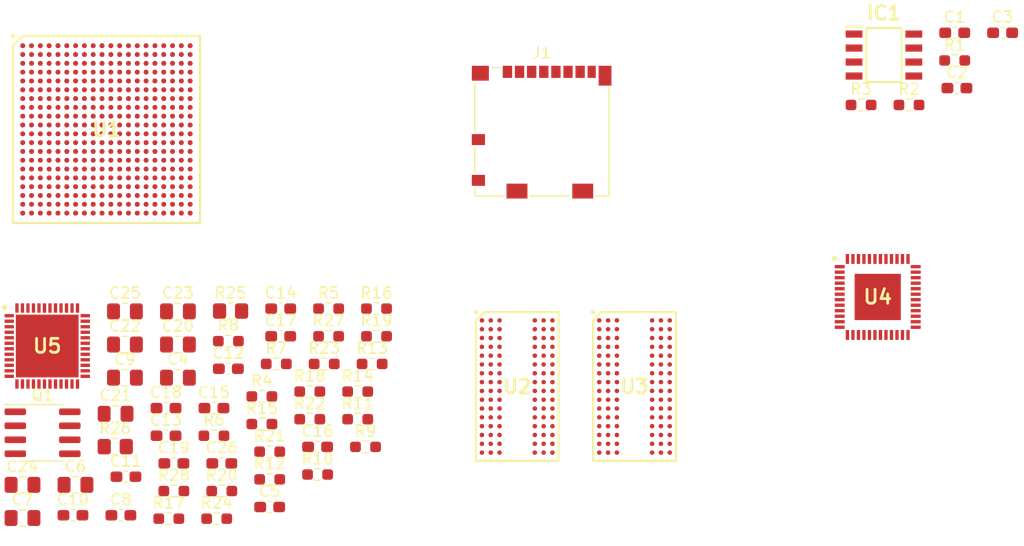
<source format=kicad_pcb>
(kicad_pcb (version 20171130) (host pcbnew "(5.1.8)-1")
  (layers (0 F.Cu signal) (31 B.Cu signal) (34 B.Paste user) (35 F.Paste user) (36 B.SilkS user) (37 F.SilkS user) (38 B.Mask user) (39 F.Mask user) (44 Edge.Cuts user))
  (net 0 "")
  (net 1 +3V3)
  (net 2 GNDD)
  (net 3 /EEPROM/EEPROM_SDA)
  (net 4 "Net-(C4-Pad1)")
  (net 5 "Net-(C5-Pad1)")
  (net 6 VCC3V3)
  (net 7 "Net-(C10-Pad1)")
  (net 8 "Net-(C11-Pad1)")
  (net 9 "Net-(C12-Pad1)")
  (net 10 "Net-(C13-Pad1)")
  (net 11 "Net-(C14-Pad1)")
  (net 12 "Net-(C15-Pad1)")
  (net 13 "Net-(C16-Pad2)")
  (net 14 "Net-(C16-Pad1)")
  (net 15 "Net-(C17-Pad2)")
  (net 16 "Net-(C17-Pad1)")
  (net 17 "Net-(C18-Pad1)")
  (net 18 "Net-(C19-Pad2)")
  (net 19 "Net-(C20-Pad1)")
  (net 20 "Net-(C21-Pad1)")
  (net 21 VCC1V35)
  (net 22 VCC1V8)
  (net 23 XADC1V8)
  (net 24 "Net-(IC1-Pad3)")
  (net 25 "Net-(Q1-Pad4)")
  (net 26 "Net-(Q1-Pad2)")
  (net 27 "Net-(R6-Pad1)")
  (net 28 "Net-(R7-Pad1)")
  (net 29 "Net-(R8-Pad1)")
  (net 30 "Net-(R9-Pad1)")
  (net 31 /Power_Supply/VREG)
  (net 32 "Net-(R14-Pad2)")
  (net 33 "Net-(R15-Pad2)")
  (net 34 "Net-(R16-Pad2)")
  (net 35 "Net-(R18-Pad2)")
  (net 36 "Net-(R20-Pad1)")
  (net 37 VCC1V0)
  (net 38 /Power_Supply/EN2)
  (module GM_QFN:QFN50P700X700X80-49N-D (layer F.Cu) (at 155.232 60.312)
    (fp_text reference U5 (at 0 0) (layer F.SilkS) (effects (font (size 1.27 1.27) (thickness 0.254))))
    (fp_text value ADP5052ACPZ-R7 hide)
    (pad 1 smd rect (at -3.45 -2.75 90) (size 0.3 0.85) (layers F.Cu F.Paste F.Mask) (net 17 "Net-(C18-Pad1)"))
    (pad 2 smd rect (at -3.45 -2.25 90) (size 0.3 0.85) (layers F.Cu F.Paste F.Mask) (net 2 GNDD))
    (pad 3 smd rect (at -3.45 -1.75 90) (size 0.3 0.85) (layers F.Cu F.Paste F.Mask))
    (pad 4 smd rect (at -3.45 -1.25 90) (size 0.3 0.85) (layers F.Cu F.Paste F.Mask) (net 4 "Net-(C4-Pad1)"))
    (pad 5 smd rect (at -3.45 -0.75 90) (size 0.3 0.85) (layers F.Cu F.Paste F.Mask) (net 5 "Net-(C5-Pad1)"))
    (pad 6 smd rect (at -3.45 -0.25 90) (size 0.3 0.85) (layers F.Cu F.Paste F.Mask) (net 34 "Net-(R16-Pad2)"))
    (pad 7 smd rect (at -3.45 0.25 90) (size 0.3 0.85) (layers F.Cu F.Paste F.Mask) (net 23 XADC1V8))
    (pad 8 smd rect (at -3.45 0.75 90) (size 0.3 0.85) (layers F.Cu F.Paste F.Mask) (net 6 VCC3V3))
    (pad 9 smd rect (at -3.45 1.25 90) (size 0.3 0.85) (layers F.Cu F.Paste F.Mask) (net 4 "Net-(C4-Pad1)"))
    (pad 10 smd rect (at -3.45 1.75 90) (size 0.3 0.85) (layers F.Cu F.Paste F.Mask) (net 18 "Net-(C19-Pad2)"))
    (pad 11 smd rect (at -3.45 2.25 90) (size 0.3 0.85) (layers F.Cu F.Paste F.Mask) (net 2 GNDD))
    (pad 12 smd rect (at -3.45 2.75 90) (size 0.3 0.85) (layers F.Cu F.Paste F.Mask))
    (pad 13 smd rect (at -2.75 3.45) (size 0.3 0.85) (layers F.Cu F.Paste F.Mask) (net 2 GNDD))
    (pad 14 smd rect (at -2.25 3.45) (size 0.3 0.85) (layers F.Cu F.Paste F.Mask) (net 37 VCC1V0))
    (pad 15 smd rect (at -1.75 3.45) (size 0.3 0.85) (layers F.Cu F.Paste F.Mask) (net 30 "Net-(R9-Pad1)"))
    (pad 16 smd rect (at -1.25 3.45) (size 0.3 0.85) (layers F.Cu F.Paste F.Mask) (net 33 "Net-(R15-Pad2)"))
    (pad 17 smd rect (at -0.75 3.45) (size 0.3 0.85) (layers F.Cu F.Paste F.Mask) (net 2 GNDD))
    (pad 18 smd rect (at -0.25 3.45) (size 0.3 0.85) (layers F.Cu F.Paste F.Mask) (net 2 GNDD))
    (pad 19 smd rect (at 0.25 3.45) (size 0.3 0.85) (layers F.Cu F.Paste F.Mask) (net 2 GNDD))
    (pad 20 smd rect (at 0.75 3.45) (size 0.3 0.85) (layers F.Cu F.Paste F.Mask))
    (pad 21 smd rect (at 1.25 3.45) (size 0.3 0.85) (layers F.Cu F.Paste F.Mask) (net 35 "Net-(R18-Pad2)"))
    (pad 22 smd rect (at 1.75 3.45) (size 0.3 0.85) (layers F.Cu F.Paste F.Mask) (net 28 "Net-(R7-Pad1)"))
    (pad 23 smd rect (at 2.25 3.45) (size 0.3 0.85) (layers F.Cu F.Paste F.Mask) (net 38 /Power_Supply/EN2))
    (pad 24 smd rect (at 2.75 3.45) (size 0.3 0.85) (layers F.Cu F.Paste F.Mask) (net 4 "Net-(C4-Pad1)"))
    (pad 25 smd rect (at 3.45 2.75 90) (size 0.3 0.85) (layers F.Cu F.Paste F.Mask) (net 4 "Net-(C4-Pad1)"))
    (pad 26 smd rect (at 3.45 2.25 90) (size 0.3 0.85) (layers F.Cu F.Paste F.Mask) (net 16 "Net-(C17-Pad1)"))
    (pad 27 smd rect (at 3.45 1.75 90) (size 0.3 0.85) (layers F.Cu F.Paste F.Mask) (net 16 "Net-(C17-Pad1)"))
    (pad 28 smd rect (at 3.45 1.25 90) (size 0.3 0.85) (layers F.Cu F.Paste F.Mask) (net 15 "Net-(C17-Pad2)"))
    (pad 29 smd rect (at 3.45 0.75 90) (size 0.3 0.85) (layers F.Cu F.Paste F.Mask) (net 26 "Net-(Q1-Pad2)"))
    (pad 30 smd rect (at 3.45 0.25 90) (size 0.3 0.85) (layers F.Cu F.Paste F.Mask) (net 2 GNDD))
    (pad 31 smd rect (at 3.45 -0.25 90) (size 0.3 0.85) (layers F.Cu F.Paste F.Mask) (net 25 "Net-(Q1-Pad4)"))
    (pad 32 smd rect (at 3.45 -0.75 90) (size 0.3 0.85) (layers F.Cu F.Paste F.Mask) (net 14 "Net-(C16-Pad1)"))
    (pad 33 smd rect (at 3.45 -1.25 90) (size 0.3 0.85) (layers F.Cu F.Paste F.Mask) (net 13 "Net-(C16-Pad2)"))
    (pad 34 smd rect (at 3.45 -1.75 90) (size 0.3 0.85) (layers F.Cu F.Paste F.Mask) (net 13 "Net-(C16-Pad2)"))
    (pad 35 smd rect (at 3.45 -2.25 90) (size 0.3 0.85) (layers F.Cu F.Paste F.Mask) (net 4 "Net-(C4-Pad1)"))
    (pad 36 smd rect (at 3.45 -2.75 90) (size 0.3 0.85) (layers F.Cu F.Paste F.Mask) (net 4 "Net-(C4-Pad1)"))
    (pad 37 smd rect (at 2.75 -3.45) (size 0.3 0.85) (layers F.Cu F.Paste F.Mask) (net 5 "Net-(C5-Pad1)"))
    (pad 38 smd rect (at 2.25 -3.45) (size 0.3 0.85) (layers F.Cu F.Paste F.Mask) (net 2 GNDD))
    (pad 39 smd rect (at 1.75 -3.45) (size 0.3 0.85) (layers F.Cu F.Paste F.Mask) (net 27 "Net-(R6-Pad1)"))
    (pad 40 smd rect (at 1.25 -3.45) (size 0.3 0.85) (layers F.Cu F.Paste F.Mask) (net 36 "Net-(R20-Pad1)"))
    (pad 41 smd rect (at 0.75 -3.45) (size 0.3 0.85) (layers F.Cu F.Paste F.Mask) (net 32 "Net-(R14-Pad2)"))
    (pad 42 smd rect (at 0.25 -3.45) (size 0.3 0.85) (layers F.Cu F.Paste F.Mask) (net 7 "Net-(C10-Pad1)"))
    (pad 43 smd rect (at -0.25 -3.45) (size 0.3 0.85) (layers F.Cu F.Paste F.Mask) (net 31 /Power_Supply/VREG))
    (pad 44 smd rect (at -0.75 -3.45) (size 0.3 0.85) (layers F.Cu F.Paste F.Mask) (net 12 "Net-(C15-Pad1)"))
    (pad 45 smd rect (at -1.25 -3.45) (size 0.3 0.85) (layers F.Cu F.Paste F.Mask))
    (pad 46 smd rect (at -1.75 -3.45) (size 0.3 0.85) (layers F.Cu F.Paste F.Mask) (net 29 "Net-(R8-Pad1)"))
    (pad 47 smd rect (at -2.25 -3.45) (size 0.3 0.85) (layers F.Cu F.Paste F.Mask) (net 2 GNDD))
    (pad 48 smd rect (at -2.75 -3.45) (size 0.3 0.85) (layers F.Cu F.Paste F.Mask) (net 5 "Net-(C5-Pad1)"))
    (pad 49 smd rect (at 0 0) (size 5.7 5.7) (layers F.Cu F.Paste F.Mask) (net 2 GNDD))
  )
  (module GM_QFN:QFN50P700X700X100-49N-D (layer F.Cu) (at 230.627 55.857)
    (fp_text reference U4 (at 0 0) (layer F.SilkS) (effects (font (size 1.27 1.27) (thickness 0.254))))
    (fp_text value DP83869HMRGZT hide)
    (pad 1 smd rect (at -3.45 -2.75 90) (size 0.3 0.9) (layers F.Cu F.Paste F.Mask))
    (pad 2 smd rect (at -3.45 -2.25 90) (size 0.3 0.9) (layers F.Cu F.Paste F.Mask))
    (pad 3 smd rect (at -3.45 -1.75 90) (size 0.3 0.9) (layers F.Cu F.Paste F.Mask))
    (pad 4 smd rect (at -3.45 -1.25 90) (size 0.3 0.9) (layers F.Cu F.Paste F.Mask))
    (pad 5 smd rect (at -3.45 -0.75 90) (size 0.3 0.9) (layers F.Cu F.Paste F.Mask))
    (pad 6 smd rect (at -3.45 -0.25 90) (size 0.3 0.9) (layers F.Cu F.Paste F.Mask))
    (pad 7 smd rect (at -3.45 0.25 90) (size 0.3 0.9) (layers F.Cu F.Paste F.Mask))
    (pad 8 smd rect (at -3.45 0.75 90) (size 0.3 0.9) (layers F.Cu F.Paste F.Mask))
    (pad 9 smd rect (at -3.45 1.25 90) (size 0.3 0.9) (layers F.Cu F.Paste F.Mask))
    (pad 10 smd rect (at -3.45 1.75 90) (size 0.3 0.9) (layers F.Cu F.Paste F.Mask))
    (pad 11 smd rect (at -3.45 2.25 90) (size 0.3 0.9) (layers F.Cu F.Paste F.Mask))
    (pad 12 smd rect (at -3.45 2.75 90) (size 0.3 0.9) (layers F.Cu F.Paste F.Mask))
    (pad 13 smd rect (at -2.75 3.45) (size 0.3 0.9) (layers F.Cu F.Paste F.Mask))
    (pad 14 smd rect (at -2.25 3.45) (size 0.3 0.9) (layers F.Cu F.Paste F.Mask))
    (pad 15 smd rect (at -1.75 3.45) (size 0.3 0.9) (layers F.Cu F.Paste F.Mask))
    (pad 16 smd rect (at -1.25 3.45) (size 0.3 0.9) (layers F.Cu F.Paste F.Mask))
    (pad 17 smd rect (at -0.75 3.45) (size 0.3 0.9) (layers F.Cu F.Paste F.Mask))
    (pad 18 smd rect (at -0.25 3.45) (size 0.3 0.9) (layers F.Cu F.Paste F.Mask))
    (pad 19 smd rect (at 0.25 3.45) (size 0.3 0.9) (layers F.Cu F.Paste F.Mask))
    (pad 20 smd rect (at 0.75 3.45) (size 0.3 0.9) (layers F.Cu F.Paste F.Mask))
    (pad 21 smd rect (at 1.25 3.45) (size 0.3 0.9) (layers F.Cu F.Paste F.Mask))
    (pad 22 smd rect (at 1.75 3.45) (size 0.3 0.9) (layers F.Cu F.Paste F.Mask))
    (pad 23 smd rect (at 2.25 3.45) (size 0.3 0.9) (layers F.Cu F.Paste F.Mask))
    (pad 24 smd rect (at 2.75 3.45) (size 0.3 0.9) (layers F.Cu F.Paste F.Mask))
    (pad 25 smd rect (at 3.45 2.75 90) (size 0.3 0.9) (layers F.Cu F.Paste F.Mask))
    (pad 26 smd rect (at 3.45 2.25 90) (size 0.3 0.9) (layers F.Cu F.Paste F.Mask))
    (pad 27 smd rect (at 3.45 1.75 90) (size 0.3 0.9) (layers F.Cu F.Paste F.Mask))
    (pad 28 smd rect (at 3.45 1.25 90) (size 0.3 0.9) (layers F.Cu F.Paste F.Mask))
    (pad 29 smd rect (at 3.45 0.75 90) (size 0.3 0.9) (layers F.Cu F.Paste F.Mask))
    (pad 30 smd rect (at 3.45 0.25 90) (size 0.3 0.9) (layers F.Cu F.Paste F.Mask))
    (pad 31 smd rect (at 3.45 -0.25 90) (size 0.3 0.9) (layers F.Cu F.Paste F.Mask))
    (pad 32 smd rect (at 3.45 -0.75 90) (size 0.3 0.9) (layers F.Cu F.Paste F.Mask))
    (pad 33 smd rect (at 3.45 -1.25 90) (size 0.3 0.9) (layers F.Cu F.Paste F.Mask))
    (pad 34 smd rect (at 3.45 -1.75 90) (size 0.3 0.9) (layers F.Cu F.Paste F.Mask))
    (pad 35 smd rect (at 3.45 -2.25 90) (size 0.3 0.9) (layers F.Cu F.Paste F.Mask))
    (pad 36 smd rect (at 3.45 -2.75 90) (size 0.3 0.9) (layers F.Cu F.Paste F.Mask))
    (pad 37 smd rect (at 2.75 -3.45) (size 0.3 0.9) (layers F.Cu F.Paste F.Mask))
    (pad 38 smd rect (at 2.25 -3.45) (size 0.3 0.9) (layers F.Cu F.Paste F.Mask))
    (pad 39 smd rect (at 1.75 -3.45) (size 0.3 0.9) (layers F.Cu F.Paste F.Mask))
    (pad 40 smd rect (at 1.25 -3.45) (size 0.3 0.9) (layers F.Cu F.Paste F.Mask))
    (pad 41 smd rect (at 0.75 -3.45) (size 0.3 0.9) (layers F.Cu F.Paste F.Mask))
    (pad 42 smd rect (at 0.25 -3.45) (size 0.3 0.9) (layers F.Cu F.Paste F.Mask))
    (pad 43 smd rect (at -0.25 -3.45) (size 0.3 0.9) (layers F.Cu F.Paste F.Mask))
    (pad 44 smd rect (at -0.75 -3.45) (size 0.3 0.9) (layers F.Cu F.Paste F.Mask))
    (pad 45 smd rect (at -1.25 -3.45) (size 0.3 0.9) (layers F.Cu F.Paste F.Mask))
    (pad 46 smd rect (at -1.75 -3.45) (size 0.3 0.9) (layers F.Cu F.Paste F.Mask))
    (pad 47 smd rect (at -2.25 -3.45) (size 0.3 0.9) (layers F.Cu F.Paste F.Mask))
    (pad 48 smd rect (at -2.75 -3.45) (size 0.3 0.9) (layers F.Cu F.Paste F.Mask))
    (pad 49 smd rect (at 0 0) (size 4.2 4.2) (layers F.Cu F.Paste F.Mask))
  )
  (module GM_BGA:BGA96C80P9X16_750X1350X120 (layer F.Cu) (at 208.547 63.987)
    (fp_text reference U3 (at 0 0) (layer F.SilkS) (effects (font (size 1.27 1.27) (thickness 0.254))))
    (fp_text value AS4C256M16D3LC-12BCN hide)
    (pad A1 smd circle (at -3.2 -6 90) (size 0.41 0.41) (layers F.Cu F.Paste F.Mask))
    (pad A2 smd circle (at -2.4 -6 90) (size 0.41 0.41) (layers F.Cu F.Paste F.Mask))
    (pad A3 smd circle (at -1.6 -6 90) (size 0.41 0.41) (layers F.Cu F.Paste F.Mask))
    (pad A7 smd circle (at 1.6 -6 90) (size 0.41 0.41) (layers F.Cu F.Paste F.Mask))
    (pad A8 smd circle (at 2.4 -6 90) (size 0.41 0.41) (layers F.Cu F.Paste F.Mask))
    (pad A9 smd circle (at 3.2 -6 90) (size 0.41 0.41) (layers F.Cu F.Paste F.Mask))
    (pad B1 smd circle (at -3.2 -5.2 90) (size 0.41 0.41) (layers F.Cu F.Paste F.Mask))
    (pad B2 smd circle (at -2.4 -5.2 90) (size 0.41 0.41) (layers F.Cu F.Paste F.Mask))
    (pad B3 smd circle (at -1.6 -5.2 90) (size 0.41 0.41) (layers F.Cu F.Paste F.Mask))
    (pad B7 smd circle (at 1.6 -5.2 90) (size 0.41 0.41) (layers F.Cu F.Paste F.Mask))
    (pad B8 smd circle (at 2.4 -5.2 90) (size 0.41 0.41) (layers F.Cu F.Paste F.Mask))
    (pad B9 smd circle (at 3.2 -5.2 90) (size 0.41 0.41) (layers F.Cu F.Paste F.Mask))
    (pad C1 smd circle (at -3.2 -4.4 90) (size 0.41 0.41) (layers F.Cu F.Paste F.Mask))
    (pad C2 smd circle (at -2.4 -4.4 90) (size 0.41 0.41) (layers F.Cu F.Paste F.Mask))
    (pad C3 smd circle (at -1.6 -4.4 90) (size 0.41 0.41) (layers F.Cu F.Paste F.Mask))
    (pad C7 smd circle (at 1.6 -4.4 90) (size 0.41 0.41) (layers F.Cu F.Paste F.Mask))
    (pad C8 smd circle (at 2.4 -4.4 90) (size 0.41 0.41) (layers F.Cu F.Paste F.Mask))
    (pad C9 smd circle (at 3.2 -4.4 90) (size 0.41 0.41) (layers F.Cu F.Paste F.Mask))
    (pad D1 smd circle (at -3.2 -3.6 90) (size 0.41 0.41) (layers F.Cu F.Paste F.Mask))
    (pad D2 smd circle (at -2.4 -3.6 90) (size 0.41 0.41) (layers F.Cu F.Paste F.Mask))
    (pad D3 smd circle (at -1.6 -3.6 90) (size 0.41 0.41) (layers F.Cu F.Paste F.Mask))
    (pad D7 smd circle (at 1.6 -3.6 90) (size 0.41 0.41) (layers F.Cu F.Paste F.Mask))
    (pad D8 smd circle (at 2.4 -3.6 90) (size 0.41 0.41) (layers F.Cu F.Paste F.Mask))
    (pad D9 smd circle (at 3.2 -3.6 90) (size 0.41 0.41) (layers F.Cu F.Paste F.Mask))
    (pad E1 smd circle (at -3.2 -2.8 90) (size 0.41 0.41) (layers F.Cu F.Paste F.Mask))
    (pad E2 smd circle (at -2.4 -2.8 90) (size 0.41 0.41) (layers F.Cu F.Paste F.Mask))
    (pad E3 smd circle (at -1.6 -2.8 90) (size 0.41 0.41) (layers F.Cu F.Paste F.Mask))
    (pad E7 smd circle (at 1.6 -2.8 90) (size 0.41 0.41) (layers F.Cu F.Paste F.Mask))
    (pad E8 smd circle (at 2.4 -2.8 90) (size 0.41 0.41) (layers F.Cu F.Paste F.Mask))
    (pad E9 smd circle (at 3.2 -2.8 90) (size 0.41 0.41) (layers F.Cu F.Paste F.Mask))
    (pad F1 smd circle (at -3.2 -2 90) (size 0.41 0.41) (layers F.Cu F.Paste F.Mask))
    (pad F2 smd circle (at -2.4 -2 90) (size 0.41 0.41) (layers F.Cu F.Paste F.Mask))
    (pad F3 smd circle (at -1.6 -2 90) (size 0.41 0.41) (layers F.Cu F.Paste F.Mask))
    (pad F7 smd circle (at 1.6 -2 90) (size 0.41 0.41) (layers F.Cu F.Paste F.Mask))
    (pad F8 smd circle (at 2.4 -2 90) (size 0.41 0.41) (layers F.Cu F.Paste F.Mask))
    (pad F9 smd circle (at 3.2 -2 90) (size 0.41 0.41) (layers F.Cu F.Paste F.Mask))
    (pad G1 smd circle (at -3.2 -1.2 90) (size 0.41 0.41) (layers F.Cu F.Paste F.Mask))
    (pad G2 smd circle (at -2.4 -1.2 90) (size 0.41 0.41) (layers F.Cu F.Paste F.Mask))
    (pad G3 smd circle (at -1.6 -1.2 90) (size 0.41 0.41) (layers F.Cu F.Paste F.Mask))
    (pad G7 smd circle (at 1.6 -1.2 90) (size 0.41 0.41) (layers F.Cu F.Paste F.Mask))
    (pad G8 smd circle (at 2.4 -1.2 90) (size 0.41 0.41) (layers F.Cu F.Paste F.Mask))
    (pad G9 smd circle (at 3.2 -1.2 90) (size 0.41 0.41) (layers F.Cu F.Paste F.Mask))
    (pad H1 smd circle (at -3.2 -0.4 90) (size 0.41 0.41) (layers F.Cu F.Paste F.Mask))
    (pad H2 smd circle (at -2.4 -0.4 90) (size 0.41 0.41) (layers F.Cu F.Paste F.Mask))
    (pad H3 smd circle (at -1.6 -0.4 90) (size 0.41 0.41) (layers F.Cu F.Paste F.Mask))
    (pad H7 smd circle (at 1.6 -0.4 90) (size 0.41 0.41) (layers F.Cu F.Paste F.Mask))
    (pad H8 smd circle (at 2.4 -0.4 90) (size 0.41 0.41) (layers F.Cu F.Paste F.Mask))
    (pad H9 smd circle (at 3.2 -0.4 90) (size 0.41 0.41) (layers F.Cu F.Paste F.Mask))
    (pad J1 smd circle (at -3.2 0.4 90) (size 0.41 0.41) (layers F.Cu F.Paste F.Mask))
    (pad J2 smd circle (at -2.4 0.4 90) (size 0.41 0.41) (layers F.Cu F.Paste F.Mask))
    (pad J3 smd circle (at -1.6 0.4 90) (size 0.41 0.41) (layers F.Cu F.Paste F.Mask))
    (pad J7 smd circle (at 1.6 0.4 90) (size 0.41 0.41) (layers F.Cu F.Paste F.Mask))
    (pad J8 smd circle (at 2.4 0.4 90) (size 0.41 0.41) (layers F.Cu F.Paste F.Mask))
    (pad J9 smd circle (at 3.2 0.4 90) (size 0.41 0.41) (layers F.Cu F.Paste F.Mask))
    (pad K1 smd circle (at -3.2 1.2 90) (size 0.41 0.41) (layers F.Cu F.Paste F.Mask))
    (pad K2 smd circle (at -2.4 1.2 90) (size 0.41 0.41) (layers F.Cu F.Paste F.Mask))
    (pad K3 smd circle (at -1.6 1.2 90) (size 0.41 0.41) (layers F.Cu F.Paste F.Mask))
    (pad K7 smd circle (at 1.6 1.2 90) (size 0.41 0.41) (layers F.Cu F.Paste F.Mask))
    (pad K8 smd circle (at 2.4 1.2 90) (size 0.41 0.41) (layers F.Cu F.Paste F.Mask))
    (pad K9 smd circle (at 3.2 1.2 90) (size 0.41 0.41) (layers F.Cu F.Paste F.Mask))
    (pad L1 smd circle (at -3.2 2 90) (size 0.41 0.41) (layers F.Cu F.Paste F.Mask))
    (pad L2 smd circle (at -2.4 2 90) (size 0.41 0.41) (layers F.Cu F.Paste F.Mask))
    (pad L3 smd circle (at -1.6 2 90) (size 0.41 0.41) (layers F.Cu F.Paste F.Mask))
    (pad L7 smd circle (at 1.6 2 90) (size 0.41 0.41) (layers F.Cu F.Paste F.Mask))
    (pad L8 smd circle (at 2.4 2 90) (size 0.41 0.41) (layers F.Cu F.Paste F.Mask))
    (pad L9 smd circle (at 3.2 2 90) (size 0.41 0.41) (layers F.Cu F.Paste F.Mask))
    (pad M1 smd circle (at -3.2 2.8 90) (size 0.41 0.41) (layers F.Cu F.Paste F.Mask))
    (pad M2 smd circle (at -2.4 2.8 90) (size 0.41 0.41) (layers F.Cu F.Paste F.Mask))
    (pad M3 smd circle (at -1.6 2.8 90) (size 0.41 0.41) (layers F.Cu F.Paste F.Mask))
    (pad M7 smd circle (at 1.6 2.8 90) (size 0.41 0.41) (layers F.Cu F.Paste F.Mask))
    (pad M8 smd circle (at 2.4 2.8 90) (size 0.41 0.41) (layers F.Cu F.Paste F.Mask))
    (pad M9 smd circle (at 3.2 2.8 90) (size 0.41 0.41) (layers F.Cu F.Paste F.Mask))
    (pad N1 smd circle (at -3.2 3.6 90) (size 0.41 0.41) (layers F.Cu F.Paste F.Mask))
    (pad N2 smd circle (at -2.4 3.6 90) (size 0.41 0.41) (layers F.Cu F.Paste F.Mask))
    (pad N3 smd circle (at -1.6 3.6 90) (size 0.41 0.41) (layers F.Cu F.Paste F.Mask))
    (pad N7 smd circle (at 1.6 3.6 90) (size 0.41 0.41) (layers F.Cu F.Paste F.Mask))
    (pad N8 smd circle (at 2.4 3.6 90) (size 0.41 0.41) (layers F.Cu F.Paste F.Mask))
    (pad N9 smd circle (at 3.2 3.6 90) (size 0.41 0.41) (layers F.Cu F.Paste F.Mask))
    (pad P1 smd circle (at -3.2 4.4 90) (size 0.41 0.41) (layers F.Cu F.Paste F.Mask))
    (pad P2 smd circle (at -2.4 4.4 90) (size 0.41 0.41) (layers F.Cu F.Paste F.Mask))
    (pad P3 smd circle (at -1.6 4.4 90) (size 0.41 0.41) (layers F.Cu F.Paste F.Mask))
    (pad P7 smd circle (at 1.6 4.4 90) (size 0.41 0.41) (layers F.Cu F.Paste F.Mask))
    (pad P8 smd circle (at 2.4 4.4 90) (size 0.41 0.41) (layers F.Cu F.Paste F.Mask))
    (pad P9 smd circle (at 3.2 4.4 90) (size 0.41 0.41) (layers F.Cu F.Paste F.Mask))
    (pad R1 smd circle (at -3.2 5.2 90) (size 0.41 0.41) (layers F.Cu F.Paste F.Mask))
    (pad R2 smd circle (at -2.4 5.2 90) (size 0.41 0.41) (layers F.Cu F.Paste F.Mask))
    (pad R3 smd circle (at -1.6 5.2 90) (size 0.41 0.41) (layers F.Cu F.Paste F.Mask))
    (pad R7 smd circle (at 1.6 5.2 90) (size 0.41 0.41) (layers F.Cu F.Paste F.Mask))
    (pad R8 smd circle (at 2.4 5.2 90) (size 0.41 0.41) (layers F.Cu F.Paste F.Mask))
    (pad R9 smd circle (at 3.2 5.2 90) (size 0.41 0.41) (layers F.Cu F.Paste F.Mask))
    (pad T1 smd circle (at -3.2 6 90) (size 0.41 0.41) (layers F.Cu F.Paste F.Mask))
    (pad T2 smd circle (at -2.4 6 90) (size 0.41 0.41) (layers F.Cu F.Paste F.Mask))
    (pad T3 smd circle (at -1.6 6 90) (size 0.41 0.41) (layers F.Cu F.Paste F.Mask))
    (pad T7 smd circle (at 1.6 6 90) (size 0.41 0.41) (layers F.Cu F.Paste F.Mask))
    (pad T8 smd circle (at 2.4 6 90) (size 0.41 0.41) (layers F.Cu F.Paste F.Mask))
    (pad T9 smd circle (at 3.2 6 90) (size 0.41 0.41) (layers F.Cu F.Paste F.Mask))
  )
  (module GM_BGA:BGA96C80P9X16_750X1350X120 (layer F.Cu) (at 197.897 63.987)
    (fp_text reference U2 (at 0 0) (layer F.SilkS) (effects (font (size 1.27 1.27) (thickness 0.254))))
    (fp_text value AS4C256M16D3LC-12BCN hide)
    (pad A1 smd circle (at -3.2 -6 90) (size 0.41 0.41) (layers F.Cu F.Paste F.Mask))
    (pad A2 smd circle (at -2.4 -6 90) (size 0.41 0.41) (layers F.Cu F.Paste F.Mask))
    (pad A3 smd circle (at -1.6 -6 90) (size 0.41 0.41) (layers F.Cu F.Paste F.Mask))
    (pad A7 smd circle (at 1.6 -6 90) (size 0.41 0.41) (layers F.Cu F.Paste F.Mask))
    (pad A8 smd circle (at 2.4 -6 90) (size 0.41 0.41) (layers F.Cu F.Paste F.Mask))
    (pad A9 smd circle (at 3.2 -6 90) (size 0.41 0.41) (layers F.Cu F.Paste F.Mask))
    (pad B1 smd circle (at -3.2 -5.2 90) (size 0.41 0.41) (layers F.Cu F.Paste F.Mask))
    (pad B2 smd circle (at -2.4 -5.2 90) (size 0.41 0.41) (layers F.Cu F.Paste F.Mask))
    (pad B3 smd circle (at -1.6 -5.2 90) (size 0.41 0.41) (layers F.Cu F.Paste F.Mask))
    (pad B7 smd circle (at 1.6 -5.2 90) (size 0.41 0.41) (layers F.Cu F.Paste F.Mask))
    (pad B8 smd circle (at 2.4 -5.2 90) (size 0.41 0.41) (layers F.Cu F.Paste F.Mask))
    (pad B9 smd circle (at 3.2 -5.2 90) (size 0.41 0.41) (layers F.Cu F.Paste F.Mask))
    (pad C1 smd circle (at -3.2 -4.4 90) (size 0.41 0.41) (layers F.Cu F.Paste F.Mask))
    (pad C2 smd circle (at -2.4 -4.4 90) (size 0.41 0.41) (layers F.Cu F.Paste F.Mask))
    (pad C3 smd circle (at -1.6 -4.4 90) (size 0.41 0.41) (layers F.Cu F.Paste F.Mask))
    (pad C7 smd circle (at 1.6 -4.4 90) (size 0.41 0.41) (layers F.Cu F.Paste F.Mask))
    (pad C8 smd circle (at 2.4 -4.4 90) (size 0.41 0.41) (layers F.Cu F.Paste F.Mask))
    (pad C9 smd circle (at 3.2 -4.4 90) (size 0.41 0.41) (layers F.Cu F.Paste F.Mask))
    (pad D1 smd circle (at -3.2 -3.6 90) (size 0.41 0.41) (layers F.Cu F.Paste F.Mask))
    (pad D2 smd circle (at -2.4 -3.6 90) (size 0.41 0.41) (layers F.Cu F.Paste F.Mask))
    (pad D3 smd circle (at -1.6 -3.6 90) (size 0.41 0.41) (layers F.Cu F.Paste F.Mask))
    (pad D7 smd circle (at 1.6 -3.6 90) (size 0.41 0.41) (layers F.Cu F.Paste F.Mask))
    (pad D8 smd circle (at 2.4 -3.6 90) (size 0.41 0.41) (layers F.Cu F.Paste F.Mask))
    (pad D9 smd circle (at 3.2 -3.6 90) (size 0.41 0.41) (layers F.Cu F.Paste F.Mask))
    (pad E1 smd circle (at -3.2 -2.8 90) (size 0.41 0.41) (layers F.Cu F.Paste F.Mask))
    (pad E2 smd circle (at -2.4 -2.8 90) (size 0.41 0.41) (layers F.Cu F.Paste F.Mask))
    (pad E3 smd circle (at -1.6 -2.8 90) (size 0.41 0.41) (layers F.Cu F.Paste F.Mask))
    (pad E7 smd circle (at 1.6 -2.8 90) (size 0.41 0.41) (layers F.Cu F.Paste F.Mask))
    (pad E8 smd circle (at 2.4 -2.8 90) (size 0.41 0.41) (layers F.Cu F.Paste F.Mask))
    (pad E9 smd circle (at 3.2 -2.8 90) (size 0.41 0.41) (layers F.Cu F.Paste F.Mask))
    (pad F1 smd circle (at -3.2 -2 90) (size 0.41 0.41) (layers F.Cu F.Paste F.Mask))
    (pad F2 smd circle (at -2.4 -2 90) (size 0.41 0.41) (layers F.Cu F.Paste F.Mask))
    (pad F3 smd circle (at -1.6 -2 90) (size 0.41 0.41) (layers F.Cu F.Paste F.Mask))
    (pad F7 smd circle (at 1.6 -2 90) (size 0.41 0.41) (layers F.Cu F.Paste F.Mask))
    (pad F8 smd circle (at 2.4 -2 90) (size 0.41 0.41) (layers F.Cu F.Paste F.Mask))
    (pad F9 smd circle (at 3.2 -2 90) (size 0.41 0.41) (layers F.Cu F.Paste F.Mask))
    (pad G1 smd circle (at -3.2 -1.2 90) (size 0.41 0.41) (layers F.Cu F.Paste F.Mask))
    (pad G2 smd circle (at -2.4 -1.2 90) (size 0.41 0.41) (layers F.Cu F.Paste F.Mask))
    (pad G3 smd circle (at -1.6 -1.2 90) (size 0.41 0.41) (layers F.Cu F.Paste F.Mask))
    (pad G7 smd circle (at 1.6 -1.2 90) (size 0.41 0.41) (layers F.Cu F.Paste F.Mask))
    (pad G8 smd circle (at 2.4 -1.2 90) (size 0.41 0.41) (layers F.Cu F.Paste F.Mask))
    (pad G9 smd circle (at 3.2 -1.2 90) (size 0.41 0.41) (layers F.Cu F.Paste F.Mask))
    (pad H1 smd circle (at -3.2 -0.4 90) (size 0.41 0.41) (layers F.Cu F.Paste F.Mask))
    (pad H2 smd circle (at -2.4 -0.4 90) (size 0.41 0.41) (layers F.Cu F.Paste F.Mask))
    (pad H3 smd circle (at -1.6 -0.4 90) (size 0.41 0.41) (layers F.Cu F.Paste F.Mask))
    (pad H7 smd circle (at 1.6 -0.4 90) (size 0.41 0.41) (layers F.Cu F.Paste F.Mask))
    (pad H8 smd circle (at 2.4 -0.4 90) (size 0.41 0.41) (layers F.Cu F.Paste F.Mask))
    (pad H9 smd circle (at 3.2 -0.4 90) (size 0.41 0.41) (layers F.Cu F.Paste F.Mask))
    (pad J1 smd circle (at -3.2 0.4 90) (size 0.41 0.41) (layers F.Cu F.Paste F.Mask))
    (pad J2 smd circle (at -2.4 0.4 90) (size 0.41 0.41) (layers F.Cu F.Paste F.Mask))
    (pad J3 smd circle (at -1.6 0.4 90) (size 0.41 0.41) (layers F.Cu F.Paste F.Mask))
    (pad J7 smd circle (at 1.6 0.4 90) (size 0.41 0.41) (layers F.Cu F.Paste F.Mask))
    (pad J8 smd circle (at 2.4 0.4 90) (size 0.41 0.41) (layers F.Cu F.Paste F.Mask))
    (pad J9 smd circle (at 3.2 0.4 90) (size 0.41 0.41) (layers F.Cu F.Paste F.Mask))
    (pad K1 smd circle (at -3.2 1.2 90) (size 0.41 0.41) (layers F.Cu F.Paste F.Mask))
    (pad K2 smd circle (at -2.4 1.2 90) (size 0.41 0.41) (layers F.Cu F.Paste F.Mask))
    (pad K3 smd circle (at -1.6 1.2 90) (size 0.41 0.41) (layers F.Cu F.Paste F.Mask))
    (pad K7 smd circle (at 1.6 1.2 90) (size 0.41 0.41) (layers F.Cu F.Paste F.Mask))
    (pad K8 smd circle (at 2.4 1.2 90) (size 0.41 0.41) (layers F.Cu F.Paste F.Mask))
    (pad K9 smd circle (at 3.2 1.2 90) (size 0.41 0.41) (layers F.Cu F.Paste F.Mask))
    (pad L1 smd circle (at -3.2 2 90) (size 0.41 0.41) (layers F.Cu F.Paste F.Mask))
    (pad L2 smd circle (at -2.4 2 90) (size 0.41 0.41) (layers F.Cu F.Paste F.Mask))
    (pad L3 smd circle (at -1.6 2 90) (size 0.41 0.41) (layers F.Cu F.Paste F.Mask))
    (pad L7 smd circle (at 1.6 2 90) (size 0.41 0.41) (layers F.Cu F.Paste F.Mask))
    (pad L8 smd circle (at 2.4 2 90) (size 0.41 0.41) (layers F.Cu F.Paste F.Mask))
    (pad L9 smd circle (at 3.2 2 90) (size 0.41 0.41) (layers F.Cu F.Paste F.Mask))
    (pad M1 smd circle (at -3.2 2.8 90) (size 0.41 0.41) (layers F.Cu F.Paste F.Mask))
    (pad M2 smd circle (at -2.4 2.8 90) (size 0.41 0.41) (layers F.Cu F.Paste F.Mask))
    (pad M3 smd circle (at -1.6 2.8 90) (size 0.41 0.41) (layers F.Cu F.Paste F.Mask))
    (pad M7 smd circle (at 1.6 2.8 90) (size 0.41 0.41) (layers F.Cu F.Paste F.Mask))
    (pad M8 smd circle (at 2.4 2.8 90) (size 0.41 0.41) (layers F.Cu F.Paste F.Mask))
    (pad M9 smd circle (at 3.2 2.8 90) (size 0.41 0.41) (layers F.Cu F.Paste F.Mask))
    (pad N1 smd circle (at -3.2 3.6 90) (size 0.41 0.41) (layers F.Cu F.Paste F.Mask))
    (pad N2 smd circle (at -2.4 3.6 90) (size 0.41 0.41) (layers F.Cu F.Paste F.Mask))
    (pad N3 smd circle (at -1.6 3.6 90) (size 0.41 0.41) (layers F.Cu F.Paste F.Mask))
    (pad N7 smd circle (at 1.6 3.6 90) (size 0.41 0.41) (layers F.Cu F.Paste F.Mask))
    (pad N8 smd circle (at 2.4 3.6 90) (size 0.41 0.41) (layers F.Cu F.Paste F.Mask))
    (pad N9 smd circle (at 3.2 3.6 90) (size 0.41 0.41) (layers F.Cu F.Paste F.Mask))
    (pad P1 smd circle (at -3.2 4.4 90) (size 0.41 0.41) (layers F.Cu F.Paste F.Mask))
    (pad P2 smd circle (at -2.4 4.4 90) (size 0.41 0.41) (layers F.Cu F.Paste F.Mask))
    (pad P3 smd circle (at -1.6 4.4 90) (size 0.41 0.41) (layers F.Cu F.Paste F.Mask))
    (pad P7 smd circle (at 1.6 4.4 90) (size 0.41 0.41) (layers F.Cu F.Paste F.Mask))
    (pad P8 smd circle (at 2.4 4.4 90) (size 0.41 0.41) (layers F.Cu F.Paste F.Mask))
    (pad P9 smd circle (at 3.2 4.4 90) (size 0.41 0.41) (layers F.Cu F.Paste F.Mask))
    (pad R1 smd circle (at -3.2 5.2 90) (size 0.41 0.41) (layers F.Cu F.Paste F.Mask))
    (pad R2 smd circle (at -2.4 5.2 90) (size 0.41 0.41) (layers F.Cu F.Paste F.Mask))
    (pad R3 smd circle (at -1.6 5.2 90) (size 0.41 0.41) (layers F.Cu F.Paste F.Mask))
    (pad R7 smd circle (at 1.6 5.2 90) (size 0.41 0.41) (layers F.Cu F.Paste F.Mask))
    (pad R8 smd circle (at 2.4 5.2 90) (size 0.41 0.41) (layers F.Cu F.Paste F.Mask))
    (pad R9 smd circle (at 3.2 5.2 90) (size 0.41 0.41) (layers F.Cu F.Paste F.Mask))
    (pad T1 smd circle (at -3.2 6 90) (size 0.41 0.41) (layers F.Cu F.Paste F.Mask))
    (pad T2 smd circle (at -2.4 6 90) (size 0.41 0.41) (layers F.Cu F.Paste F.Mask))
    (pad T3 smd circle (at -1.6 6 90) (size 0.41 0.41) (layers F.Cu F.Paste F.Mask))
    (pad T7 smd circle (at 1.6 6 90) (size 0.41 0.41) (layers F.Cu F.Paste F.Mask))
    (pad T8 smd circle (at 2.4 6 90) (size 0.41 0.41) (layers F.Cu F.Paste F.Mask))
    (pad T9 smd circle (at 3.2 6 90) (size 0.41 0.41) (layers F.Cu F.Paste F.Mask))
  )
  (module GM_BGA:BGA400C80P20X20_1700X1700X160 (layer F.Cu) (at 160.607 40.647)
    (fp_text reference U1 (at 0 0) (layer F.SilkS) (effects (font (size 1.27 1.27) (thickness 0.254))))
    (fp_text value XA7Z020-1CLG400Q hide)
    (pad A1 smd circle (at -7.6 -7.6 90) (size 0.45 0.45) (layers F.Cu F.Paste F.Mask))
    (pad A2 smd circle (at -6.8 -7.6 90) (size 0.45 0.45) (layers F.Cu F.Paste F.Mask))
    (pad A3 smd circle (at -6 -7.6 90) (size 0.45 0.45) (layers F.Cu F.Paste F.Mask))
    (pad A4 smd circle (at -5.2 -7.6 90) (size 0.45 0.45) (layers F.Cu F.Paste F.Mask))
    (pad A5 smd circle (at -4.4 -7.6 90) (size 0.45 0.45) (layers F.Cu F.Paste F.Mask))
    (pad A6 smd circle (at -3.6 -7.6 90) (size 0.45 0.45) (layers F.Cu F.Paste F.Mask))
    (pad A7 smd circle (at -2.8 -7.6 90) (size 0.45 0.45) (layers F.Cu F.Paste F.Mask))
    (pad A8 smd circle (at -2 -7.6 90) (size 0.45 0.45) (layers F.Cu F.Paste F.Mask))
    (pad A9 smd circle (at -1.2 -7.6 90) (size 0.45 0.45) (layers F.Cu F.Paste F.Mask))
    (pad A10 smd circle (at -0.4 -7.6 90) (size 0.45 0.45) (layers F.Cu F.Paste F.Mask))
    (pad A11 smd circle (at 0.4 -7.6 90) (size 0.45 0.45) (layers F.Cu F.Paste F.Mask))
    (pad A12 smd circle (at 1.2 -7.6 90) (size 0.45 0.45) (layers F.Cu F.Paste F.Mask))
    (pad A13 smd circle (at 2 -7.6 90) (size 0.45 0.45) (layers F.Cu F.Paste F.Mask))
    (pad A14 smd circle (at 2.8 -7.6 90) (size 0.45 0.45) (layers F.Cu F.Paste F.Mask))
    (pad A15 smd circle (at 3.6 -7.6 90) (size 0.45 0.45) (layers F.Cu F.Paste F.Mask))
    (pad A16 smd circle (at 4.4 -7.6 90) (size 0.45 0.45) (layers F.Cu F.Paste F.Mask))
    (pad A17 smd circle (at 5.2 -7.6 90) (size 0.45 0.45) (layers F.Cu F.Paste F.Mask))
    (pad A18 smd circle (at 6 -7.6 90) (size 0.45 0.45) (layers F.Cu F.Paste F.Mask))
    (pad A19 smd circle (at 6.8 -7.6 90) (size 0.45 0.45) (layers F.Cu F.Paste F.Mask))
    (pad A20 smd circle (at 7.6 -7.6 90) (size 0.45 0.45) (layers F.Cu F.Paste F.Mask))
    (pad B1 smd circle (at -7.6 -6.8 90) (size 0.45 0.45) (layers F.Cu F.Paste F.Mask))
    (pad B2 smd circle (at -6.8 -6.8 90) (size 0.45 0.45) (layers F.Cu F.Paste F.Mask))
    (pad B3 smd circle (at -6 -6.8 90) (size 0.45 0.45) (layers F.Cu F.Paste F.Mask))
    (pad B4 smd circle (at -5.2 -6.8 90) (size 0.45 0.45) (layers F.Cu F.Paste F.Mask))
    (pad B5 smd circle (at -4.4 -6.8 90) (size 0.45 0.45) (layers F.Cu F.Paste F.Mask))
    (pad B6 smd circle (at -3.6 -6.8 90) (size 0.45 0.45) (layers F.Cu F.Paste F.Mask))
    (pad B7 smd circle (at -2.8 -6.8 90) (size 0.45 0.45) (layers F.Cu F.Paste F.Mask))
    (pad B8 smd circle (at -2 -6.8 90) (size 0.45 0.45) (layers F.Cu F.Paste F.Mask))
    (pad B9 smd circle (at -1.2 -6.8 90) (size 0.45 0.45) (layers F.Cu F.Paste F.Mask))
    (pad B10 smd circle (at -0.4 -6.8 90) (size 0.45 0.45) (layers F.Cu F.Paste F.Mask))
    (pad B11 smd circle (at 0.4 -6.8 90) (size 0.45 0.45) (layers F.Cu F.Paste F.Mask))
    (pad B12 smd circle (at 1.2 -6.8 90) (size 0.45 0.45) (layers F.Cu F.Paste F.Mask))
    (pad B13 smd circle (at 2 -6.8 90) (size 0.45 0.45) (layers F.Cu F.Paste F.Mask))
    (pad B14 smd circle (at 2.8 -6.8 90) (size 0.45 0.45) (layers F.Cu F.Paste F.Mask))
    (pad B15 smd circle (at 3.6 -6.8 90) (size 0.45 0.45) (layers F.Cu F.Paste F.Mask))
    (pad B16 smd circle (at 4.4 -6.8 90) (size 0.45 0.45) (layers F.Cu F.Paste F.Mask))
    (pad B17 smd circle (at 5.2 -6.8 90) (size 0.45 0.45) (layers F.Cu F.Paste F.Mask))
    (pad B18 smd circle (at 6 -6.8 90) (size 0.45 0.45) (layers F.Cu F.Paste F.Mask))
    (pad B19 smd circle (at 6.8 -6.8 90) (size 0.45 0.45) (layers F.Cu F.Paste F.Mask))
    (pad B20 smd circle (at 7.6 -6.8 90) (size 0.45 0.45) (layers F.Cu F.Paste F.Mask))
    (pad C1 smd circle (at -7.6 -6 90) (size 0.45 0.45) (layers F.Cu F.Paste F.Mask))
    (pad C2 smd circle (at -6.8 -6 90) (size 0.45 0.45) (layers F.Cu F.Paste F.Mask))
    (pad C3 smd circle (at -6 -6 90) (size 0.45 0.45) (layers F.Cu F.Paste F.Mask))
    (pad C4 smd circle (at -5.2 -6 90) (size 0.45 0.45) (layers F.Cu F.Paste F.Mask))
    (pad C5 smd circle (at -4.4 -6 90) (size 0.45 0.45) (layers F.Cu F.Paste F.Mask))
    (pad C6 smd circle (at -3.6 -6 90) (size 0.45 0.45) (layers F.Cu F.Paste F.Mask))
    (pad C7 smd circle (at -2.8 -6 90) (size 0.45 0.45) (layers F.Cu F.Paste F.Mask))
    (pad C8 smd circle (at -2 -6 90) (size 0.45 0.45) (layers F.Cu F.Paste F.Mask))
    (pad C9 smd circle (at -1.2 -6 90) (size 0.45 0.45) (layers F.Cu F.Paste F.Mask))
    (pad C10 smd circle (at -0.4 -6 90) (size 0.45 0.45) (layers F.Cu F.Paste F.Mask))
    (pad C11 smd circle (at 0.4 -6 90) (size 0.45 0.45) (layers F.Cu F.Paste F.Mask))
    (pad C12 smd circle (at 1.2 -6 90) (size 0.45 0.45) (layers F.Cu F.Paste F.Mask))
    (pad C13 smd circle (at 2 -6 90) (size 0.45 0.45) (layers F.Cu F.Paste F.Mask))
    (pad C14 smd circle (at 2.8 -6 90) (size 0.45 0.45) (layers F.Cu F.Paste F.Mask))
    (pad C15 smd circle (at 3.6 -6 90) (size 0.45 0.45) (layers F.Cu F.Paste F.Mask))
    (pad C16 smd circle (at 4.4 -6 90) (size 0.45 0.45) (layers F.Cu F.Paste F.Mask))
    (pad C17 smd circle (at 5.2 -6 90) (size 0.45 0.45) (layers F.Cu F.Paste F.Mask))
    (pad C18 smd circle (at 6 -6 90) (size 0.45 0.45) (layers F.Cu F.Paste F.Mask))
    (pad C19 smd circle (at 6.8 -6 90) (size 0.45 0.45) (layers F.Cu F.Paste F.Mask))
    (pad C20 smd circle (at 7.6 -6 90) (size 0.45 0.45) (layers F.Cu F.Paste F.Mask))
    (pad D1 smd circle (at -7.6 -5.2 90) (size 0.45 0.45) (layers F.Cu F.Paste F.Mask))
    (pad D2 smd circle (at -6.8 -5.2 90) (size 0.45 0.45) (layers F.Cu F.Paste F.Mask))
    (pad D3 smd circle (at -6 -5.2 90) (size 0.45 0.45) (layers F.Cu F.Paste F.Mask))
    (pad D4 smd circle (at -5.2 -5.2 90) (size 0.45 0.45) (layers F.Cu F.Paste F.Mask))
    (pad D5 smd circle (at -4.4 -5.2 90) (size 0.45 0.45) (layers F.Cu F.Paste F.Mask))
    (pad D6 smd circle (at -3.6 -5.2 90) (size 0.45 0.45) (layers F.Cu F.Paste F.Mask))
    (pad D7 smd circle (at -2.8 -5.2 90) (size 0.45 0.45) (layers F.Cu F.Paste F.Mask))
    (pad D8 smd circle (at -2 -5.2 90) (size 0.45 0.45) (layers F.Cu F.Paste F.Mask))
    (pad D9 smd circle (at -1.2 -5.2 90) (size 0.45 0.45) (layers F.Cu F.Paste F.Mask))
    (pad D10 smd circle (at -0.4 -5.2 90) (size 0.45 0.45) (layers F.Cu F.Paste F.Mask))
    (pad D11 smd circle (at 0.4 -5.2 90) (size 0.45 0.45) (layers F.Cu F.Paste F.Mask))
    (pad D12 smd circle (at 1.2 -5.2 90) (size 0.45 0.45) (layers F.Cu F.Paste F.Mask))
    (pad D13 smd circle (at 2 -5.2 90) (size 0.45 0.45) (layers F.Cu F.Paste F.Mask))
    (pad D14 smd circle (at 2.8 -5.2 90) (size 0.45 0.45) (layers F.Cu F.Paste F.Mask))
    (pad D15 smd circle (at 3.6 -5.2 90) (size 0.45 0.45) (layers F.Cu F.Paste F.Mask))
    (pad D16 smd circle (at 4.4 -5.2 90) (size 0.45 0.45) (layers F.Cu F.Paste F.Mask))
    (pad D17 smd circle (at 5.2 -5.2 90) (size 0.45 0.45) (layers F.Cu F.Paste F.Mask))
    (pad D18 smd circle (at 6 -5.2 90) (size 0.45 0.45) (layers F.Cu F.Paste F.Mask))
    (pad D19 smd circle (at 6.8 -5.2 90) (size 0.45 0.45) (layers F.Cu F.Paste F.Mask))
    (pad D20 smd circle (at 7.6 -5.2 90) (size 0.45 0.45) (layers F.Cu F.Paste F.Mask))
    (pad E1 smd circle (at -7.6 -4.4 90) (size 0.45 0.45) (layers F.Cu F.Paste F.Mask))
    (pad E2 smd circle (at -6.8 -4.4 90) (size 0.45 0.45) (layers F.Cu F.Paste F.Mask))
    (pad E3 smd circle (at -6 -4.4 90) (size 0.45 0.45) (layers F.Cu F.Paste F.Mask))
    (pad E4 smd circle (at -5.2 -4.4 90) (size 0.45 0.45) (layers F.Cu F.Paste F.Mask))
    (pad E5 smd circle (at -4.4 -4.4 90) (size 0.45 0.45) (layers F.Cu F.Paste F.Mask))
    (pad E6 smd circle (at -3.6 -4.4 90) (size 0.45 0.45) (layers F.Cu F.Paste F.Mask))
    (pad E7 smd circle (at -2.8 -4.4 90) (size 0.45 0.45) (layers F.Cu F.Paste F.Mask))
    (pad E8 smd circle (at -2 -4.4 90) (size 0.45 0.45) (layers F.Cu F.Paste F.Mask))
    (pad E9 smd circle (at -1.2 -4.4 90) (size 0.45 0.45) (layers F.Cu F.Paste F.Mask))
    (pad E10 smd circle (at -0.4 -4.4 90) (size 0.45 0.45) (layers F.Cu F.Paste F.Mask))
    (pad E11 smd circle (at 0.4 -4.4 90) (size 0.45 0.45) (layers F.Cu F.Paste F.Mask))
    (pad E12 smd circle (at 1.2 -4.4 90) (size 0.45 0.45) (layers F.Cu F.Paste F.Mask))
    (pad E13 smd circle (at 2 -4.4 90) (size 0.45 0.45) (layers F.Cu F.Paste F.Mask))
    (pad E14 smd circle (at 2.8 -4.4 90) (size 0.45 0.45) (layers F.Cu F.Paste F.Mask))
    (pad E15 smd circle (at 3.6 -4.4 90) (size 0.45 0.45) (layers F.Cu F.Paste F.Mask))
    (pad E16 smd circle (at 4.4 -4.4 90) (size 0.45 0.45) (layers F.Cu F.Paste F.Mask))
    (pad E17 smd circle (at 5.2 -4.4 90) (size 0.45 0.45) (layers F.Cu F.Paste F.Mask))
    (pad E18 smd circle (at 6 -4.4 90) (size 0.45 0.45) (layers F.Cu F.Paste F.Mask))
    (pad E19 smd circle (at 6.8 -4.4 90) (size 0.45 0.45) (layers F.Cu F.Paste F.Mask))
    (pad E20 smd circle (at 7.6 -4.4 90) (size 0.45 0.45) (layers F.Cu F.Paste F.Mask))
    (pad F1 smd circle (at -7.6 -3.6 90) (size 0.45 0.45) (layers F.Cu F.Paste F.Mask))
    (pad F2 smd circle (at -6.8 -3.6 90) (size 0.45 0.45) (layers F.Cu F.Paste F.Mask))
    (pad F3 smd circle (at -6 -3.6 90) (size 0.45 0.45) (layers F.Cu F.Paste F.Mask))
    (pad F4 smd circle (at -5.2 -3.6 90) (size 0.45 0.45) (layers F.Cu F.Paste F.Mask))
    (pad F5 smd circle (at -4.4 -3.6 90) (size 0.45 0.45) (layers F.Cu F.Paste F.Mask))
    (pad F6 smd circle (at -3.6 -3.6 90) (size 0.45 0.45) (layers F.Cu F.Paste F.Mask))
    (pad F7 smd circle (at -2.8 -3.6 90) (size 0.45 0.45) (layers F.Cu F.Paste F.Mask))
    (pad F8 smd circle (at -2 -3.6 90) (size 0.45 0.45) (layers F.Cu F.Paste F.Mask))
    (pad F9 smd circle (at -1.2 -3.6 90) (size 0.45 0.45) (layers F.Cu F.Paste F.Mask))
    (pad F10 smd circle (at -0.4 -3.6 90) (size 0.45 0.45) (layers F.Cu F.Paste F.Mask))
    (pad F11 smd circle (at 0.4 -3.6 90) (size 0.45 0.45) (layers F.Cu F.Paste F.Mask))
    (pad F12 smd circle (at 1.2 -3.6 90) (size 0.45 0.45) (layers F.Cu F.Paste F.Mask))
    (pad F13 smd circle (at 2 -3.6 90) (size 0.45 0.45) (layers F.Cu F.Paste F.Mask))
    (pad F14 smd circle (at 2.8 -3.6 90) (size 0.45 0.45) (layers F.Cu F.Paste F.Mask))
    (pad F15 smd circle (at 3.6 -3.6 90) (size 0.45 0.45) (layers F.Cu F.Paste F.Mask))
    (pad F16 smd circle (at 4.4 -3.6 90) (size 0.45 0.45) (layers F.Cu F.Paste F.Mask))
    (pad F17 smd circle (at 5.2 -3.6 90) (size 0.45 0.45) (layers F.Cu F.Paste F.Mask))
    (pad F18 smd circle (at 6 -3.6 90) (size 0.45 0.45) (layers F.Cu F.Paste F.Mask))
    (pad F19 smd circle (at 6.8 -3.6 90) (size 0.45 0.45) (layers F.Cu F.Paste F.Mask))
    (pad F20 smd circle (at 7.6 -3.6 90) (size 0.45 0.45) (layers F.Cu F.Paste F.Mask))
    (pad G1 smd circle (at -7.6 -2.8 90) (size 0.45 0.45) (layers F.Cu F.Paste F.Mask))
    (pad G2 smd circle (at -6.8 -2.8 90) (size 0.45 0.45) (layers F.Cu F.Paste F.Mask))
    (pad G3 smd circle (at -6 -2.8 90) (size 0.45 0.45) (layers F.Cu F.Paste F.Mask))
    (pad G4 smd circle (at -5.2 -2.8 90) (size 0.45 0.45) (layers F.Cu F.Paste F.Mask))
    (pad G5 smd circle (at -4.4 -2.8 90) (size 0.45 0.45) (layers F.Cu F.Paste F.Mask))
    (pad G6 smd circle (at -3.6 -2.8 90) (size 0.45 0.45) (layers F.Cu F.Paste F.Mask))
    (pad G7 smd circle (at -2.8 -2.8 90) (size 0.45 0.45) (layers F.Cu F.Paste F.Mask))
    (pad G8 smd circle (at -2 -2.8 90) (size 0.45 0.45) (layers F.Cu F.Paste F.Mask))
    (pad G9 smd circle (at -1.2 -2.8 90) (size 0.45 0.45) (layers F.Cu F.Paste F.Mask))
    (pad G10 smd circle (at -0.4 -2.8 90) (size 0.45 0.45) (layers F.Cu F.Paste F.Mask))
    (pad G11 smd circle (at 0.4 -2.8 90) (size 0.45 0.45) (layers F.Cu F.Paste F.Mask))
    (pad G12 smd circle (at 1.2 -2.8 90) (size 0.45 0.45) (layers F.Cu F.Paste F.Mask))
    (pad G13 smd circle (at 2 -2.8 90) (size 0.45 0.45) (layers F.Cu F.Paste F.Mask))
    (pad G14 smd circle (at 2.8 -2.8 90) (size 0.45 0.45) (layers F.Cu F.Paste F.Mask))
    (pad G15 smd circle (at 3.6 -2.8 90) (size 0.45 0.45) (layers F.Cu F.Paste F.Mask))
    (pad G16 smd circle (at 4.4 -2.8 90) (size 0.45 0.45) (layers F.Cu F.Paste F.Mask))
    (pad G17 smd circle (at 5.2 -2.8 90) (size 0.45 0.45) (layers F.Cu F.Paste F.Mask))
    (pad G18 smd circle (at 6 -2.8 90) (size 0.45 0.45) (layers F.Cu F.Paste F.Mask))
    (pad G19 smd circle (at 6.8 -2.8 90) (size 0.45 0.45) (layers F.Cu F.Paste F.Mask))
    (pad G20 smd circle (at 7.6 -2.8 90) (size 0.45 0.45) (layers F.Cu F.Paste F.Mask))
    (pad H1 smd circle (at -7.6 -2 90) (size 0.45 0.45) (layers F.Cu F.Paste F.Mask))
    (pad H2 smd circle (at -6.8 -2 90) (size 0.45 0.45) (layers F.Cu F.Paste F.Mask))
    (pad H3 smd circle (at -6 -2 90) (size 0.45 0.45) (layers F.Cu F.Paste F.Mask))
    (pad H4 smd circle (at -5.2 -2 90) (size 0.45 0.45) (layers F.Cu F.Paste F.Mask))
    (pad H5 smd circle (at -4.4 -2 90) (size 0.45 0.45) (layers F.Cu F.Paste F.Mask))
    (pad H6 smd circle (at -3.6 -2 90) (size 0.45 0.45) (layers F.Cu F.Paste F.Mask))
    (pad H7 smd circle (at -2.8 -2 90) (size 0.45 0.45) (layers F.Cu F.Paste F.Mask))
    (pad H8 smd circle (at -2 -2 90) (size 0.45 0.45) (layers F.Cu F.Paste F.Mask))
    (pad H9 smd circle (at -1.2 -2 90) (size 0.45 0.45) (layers F.Cu F.Paste F.Mask))
    (pad H10 smd circle (at -0.4 -2 90) (size 0.45 0.45) (layers F.Cu F.Paste F.Mask))
    (pad H11 smd circle (at 0.4 -2 90) (size 0.45 0.45) (layers F.Cu F.Paste F.Mask))
    (pad H12 smd circle (at 1.2 -2 90) (size 0.45 0.45) (layers F.Cu F.Paste F.Mask))
    (pad H13 smd circle (at 2 -2 90) (size 0.45 0.45) (layers F.Cu F.Paste F.Mask))
    (pad H14 smd circle (at 2.8 -2 90) (size 0.45 0.45) (layers F.Cu F.Paste F.Mask))
    (pad H15 smd circle (at 3.6 -2 90) (size 0.45 0.45) (layers F.Cu F.Paste F.Mask))
    (pad H16 smd circle (at 4.4 -2 90) (size 0.45 0.45) (layers F.Cu F.Paste F.Mask))
    (pad H17 smd circle (at 5.2 -2 90) (size 0.45 0.45) (layers F.Cu F.Paste F.Mask))
    (pad H18 smd circle (at 6 -2 90) (size 0.45 0.45) (layers F.Cu F.Paste F.Mask))
    (pad H19 smd circle (at 6.8 -2 90) (size 0.45 0.45) (layers F.Cu F.Paste F.Mask))
    (pad H20 smd circle (at 7.6 -2 90) (size 0.45 0.45) (layers F.Cu F.Paste F.Mask))
    (pad J1 smd circle (at -7.6 -1.2 90) (size 0.45 0.45) (layers F.Cu F.Paste F.Mask))
    (pad J2 smd circle (at -6.8 -1.2 90) (size 0.45 0.45) (layers F.Cu F.Paste F.Mask))
    (pad J3 smd circle (at -6 -1.2 90) (size 0.45 0.45) (layers F.Cu F.Paste F.Mask))
    (pad J4 smd circle (at -5.2 -1.2 90) (size 0.45 0.45) (layers F.Cu F.Paste F.Mask))
    (pad J5 smd circle (at -4.4 -1.2 90) (size 0.45 0.45) (layers F.Cu F.Paste F.Mask))
    (pad J6 smd circle (at -3.6 -1.2 90) (size 0.45 0.45) (layers F.Cu F.Paste F.Mask))
    (pad J7 smd circle (at -2.8 -1.2 90) (size 0.45 0.45) (layers F.Cu F.Paste F.Mask))
    (pad J8 smd circle (at -2 -1.2 90) (size 0.45 0.45) (layers F.Cu F.Paste F.Mask))
    (pad J9 smd circle (at -1.2 -1.2 90) (size 0.45 0.45) (layers F.Cu F.Paste F.Mask))
    (pad J10 smd circle (at -0.4 -1.2 90) (size 0.45 0.45) (layers F.Cu F.Paste F.Mask))
    (pad J11 smd circle (at 0.4 -1.2 90) (size 0.45 0.45) (layers F.Cu F.Paste F.Mask))
    (pad J12 smd circle (at 1.2 -1.2 90) (size 0.45 0.45) (layers F.Cu F.Paste F.Mask))
    (pad J13 smd circle (at 2 -1.2 90) (size 0.45 0.45) (layers F.Cu F.Paste F.Mask))
    (pad J14 smd circle (at 2.8 -1.2 90) (size 0.45 0.45) (layers F.Cu F.Paste F.Mask))
    (pad J15 smd circle (at 3.6 -1.2 90) (size 0.45 0.45) (layers F.Cu F.Paste F.Mask))
    (pad J16 smd circle (at 4.4 -1.2 90) (size 0.45 0.45) (layers F.Cu F.Paste F.Mask))
    (pad J17 smd circle (at 5.2 -1.2 90) (size 0.45 0.45) (layers F.Cu F.Paste F.Mask))
    (pad J18 smd circle (at 6 -1.2 90) (size 0.45 0.45) (layers F.Cu F.Paste F.Mask))
    (pad J19 smd circle (at 6.8 -1.2 90) (size 0.45 0.45) (layers F.Cu F.Paste F.Mask))
    (pad J20 smd circle (at 7.6 -1.2 90) (size 0.45 0.45) (layers F.Cu F.Paste F.Mask))
    (pad K1 smd circle (at -7.6 -0.4 90) (size 0.45 0.45) (layers F.Cu F.Paste F.Mask))
    (pad K2 smd circle (at -6.8 -0.4 90) (size 0.45 0.45) (layers F.Cu F.Paste F.Mask))
    (pad K3 smd circle (at -6 -0.4 90) (size 0.45 0.45) (layers F.Cu F.Paste F.Mask))
    (pad K4 smd circle (at -5.2 -0.4 90) (size 0.45 0.45) (layers F.Cu F.Paste F.Mask))
    (pad K5 smd circle (at -4.4 -0.4 90) (size 0.45 0.45) (layers F.Cu F.Paste F.Mask))
    (pad K6 smd circle (at -3.6 -0.4 90) (size 0.45 0.45) (layers F.Cu F.Paste F.Mask))
    (pad K7 smd circle (at -2.8 -0.4 90) (size 0.45 0.45) (layers F.Cu F.Paste F.Mask))
    (pad K8 smd circle (at -2 -0.4 90) (size 0.45 0.45) (layers F.Cu F.Paste F.Mask))
    (pad K9 smd circle (at -1.2 -0.4 90) (size 0.45 0.45) (layers F.Cu F.Paste F.Mask))
    (pad K10 smd circle (at -0.4 -0.4 90) (size 0.45 0.45) (layers F.Cu F.Paste F.Mask))
    (pad K11 smd circle (at 0.4 -0.4 90) (size 0.45 0.45) (layers F.Cu F.Paste F.Mask))
    (pad K12 smd circle (at 1.2 -0.4 90) (size 0.45 0.45) (layers F.Cu F.Paste F.Mask))
    (pad K13 smd circle (at 2 -0.4 90) (size 0.45 0.45) (layers F.Cu F.Paste F.Mask))
    (pad K14 smd circle (at 2.8 -0.4 90) (size 0.45 0.45) (layers F.Cu F.Paste F.Mask))
    (pad K15 smd circle (at 3.6 -0.4 90) (size 0.45 0.45) (layers F.Cu F.Paste F.Mask))
    (pad K16 smd circle (at 4.4 -0.4 90) (size 0.45 0.45) (layers F.Cu F.Paste F.Mask))
    (pad K17 smd circle (at 5.2 -0.4 90) (size 0.45 0.45) (layers F.Cu F.Paste F.Mask))
    (pad K18 smd circle (at 6 -0.4 90) (size 0.45 0.45) (layers F.Cu F.Paste F.Mask))
    (pad K19 smd circle (at 6.8 -0.4 90) (size 0.45 0.45) (layers F.Cu F.Paste F.Mask))
    (pad K20 smd circle (at 7.6 -0.4 90) (size 0.45 0.45) (layers F.Cu F.Paste F.Mask))
    (pad L1 smd circle (at -7.6 0.4 90) (size 0.45 0.45) (layers F.Cu F.Paste F.Mask))
    (pad L2 smd circle (at -6.8 0.4 90) (size 0.45 0.45) (layers F.Cu F.Paste F.Mask))
    (pad L3 smd circle (at -6 0.4 90) (size 0.45 0.45) (layers F.Cu F.Paste F.Mask))
    (pad L4 smd circle (at -5.2 0.4 90) (size 0.45 0.45) (layers F.Cu F.Paste F.Mask))
    (pad L5 smd circle (at -4.4 0.4 90) (size 0.45 0.45) (layers F.Cu F.Paste F.Mask))
    (pad L6 smd circle (at -3.6 0.4 90) (size 0.45 0.45) (layers F.Cu F.Paste F.Mask))
    (pad L7 smd circle (at -2.8 0.4 90) (size 0.45 0.45) (layers F.Cu F.Paste F.Mask))
    (pad L8 smd circle (at -2 0.4 90) (size 0.45 0.45) (layers F.Cu F.Paste F.Mask))
    (pad L9 smd circle (at -1.2 0.4 90) (size 0.45 0.45) (layers F.Cu F.Paste F.Mask))
    (pad L10 smd circle (at -0.4 0.4 90) (size 0.45 0.45) (layers F.Cu F.Paste F.Mask))
    (pad L11 smd circle (at 0.4 0.4 90) (size 0.45 0.45) (layers F.Cu F.Paste F.Mask))
    (pad L12 smd circle (at 1.2 0.4 90) (size 0.45 0.45) (layers F.Cu F.Paste F.Mask))
    (pad L13 smd circle (at 2 0.4 90) (size 0.45 0.45) (layers F.Cu F.Paste F.Mask))
    (pad L14 smd circle (at 2.8 0.4 90) (size 0.45 0.45) (layers F.Cu F.Paste F.Mask))
    (pad L15 smd circle (at 3.6 0.4 90) (size 0.45 0.45) (layers F.Cu F.Paste F.Mask))
    (pad L16 smd circle (at 4.4 0.4 90) (size 0.45 0.45) (layers F.Cu F.Paste F.Mask))
    (pad L17 smd circle (at 5.2 0.4 90) (size 0.45 0.45) (layers F.Cu F.Paste F.Mask))
    (pad L18 smd circle (at 6 0.4 90) (size 0.45 0.45) (layers F.Cu F.Paste F.Mask))
    (pad L19 smd circle (at 6.8 0.4 90) (size 0.45 0.45) (layers F.Cu F.Paste F.Mask))
    (pad L20 smd circle (at 7.6 0.4 90) (size 0.45 0.45) (layers F.Cu F.Paste F.Mask))
    (pad M1 smd circle (at -7.6 1.2 90) (size 0.45 0.45) (layers F.Cu F.Paste F.Mask))
    (pad M2 smd circle (at -6.8 1.2 90) (size 0.45 0.45) (layers F.Cu F.Paste F.Mask))
    (pad M3 smd circle (at -6 1.2 90) (size 0.45 0.45) (layers F.Cu F.Paste F.Mask))
    (pad M4 smd circle (at -5.2 1.2 90) (size 0.45 0.45) (layers F.Cu F.Paste F.Mask))
    (pad M5 smd circle (at -4.4 1.2 90) (size 0.45 0.45) (layers F.Cu F.Paste F.Mask))
    (pad M6 smd circle (at -3.6 1.2 90) (size 0.45 0.45) (layers F.Cu F.Paste F.Mask))
    (pad M7 smd circle (at -2.8 1.2 90) (size 0.45 0.45) (layers F.Cu F.Paste F.Mask))
    (pad M8 smd circle (at -2 1.2 90) (size 0.45 0.45) (layers F.Cu F.Paste F.Mask))
    (pad M9 smd circle (at -1.2 1.2 90) (size 0.45 0.45) (layers F.Cu F.Paste F.Mask))
    (pad M10 smd circle (at -0.4 1.2 90) (size 0.45 0.45) (layers F.Cu F.Paste F.Mask))
    (pad M11 smd circle (at 0.4 1.2 90) (size 0.45 0.45) (layers F.Cu F.Paste F.Mask))
    (pad M12 smd circle (at 1.2 1.2 90) (size 0.45 0.45) (layers F.Cu F.Paste F.Mask))
    (pad M13 smd circle (at 2 1.2 90) (size 0.45 0.45) (layers F.Cu F.Paste F.Mask))
    (pad M14 smd circle (at 2.8 1.2 90) (size 0.45 0.45) (layers F.Cu F.Paste F.Mask))
    (pad M15 smd circle (at 3.6 1.2 90) (size 0.45 0.45) (layers F.Cu F.Paste F.Mask))
    (pad M16 smd circle (at 4.4 1.2 90) (size 0.45 0.45) (layers F.Cu F.Paste F.Mask))
    (pad M17 smd circle (at 5.2 1.2 90) (size 0.45 0.45) (layers F.Cu F.Paste F.Mask))
    (pad M18 smd circle (at 6 1.2 90) (size 0.45 0.45) (layers F.Cu F.Paste F.Mask))
    (pad M19 smd circle (at 6.8 1.2 90) (size 0.45 0.45) (layers F.Cu F.Paste F.Mask))
    (pad M20 smd circle (at 7.6 1.2 90) (size 0.45 0.45) (layers F.Cu F.Paste F.Mask))
    (pad N1 smd circle (at -7.6 2 90) (size 0.45 0.45) (layers F.Cu F.Paste F.Mask))
    (pad N2 smd circle (at -6.8 2 90) (size 0.45 0.45) (layers F.Cu F.Paste F.Mask))
    (pad N3 smd circle (at -6 2 90) (size 0.45 0.45) (layers F.Cu F.Paste F.Mask))
    (pad N4 smd circle (at -5.2 2 90) (size 0.45 0.45) (layers F.Cu F.Paste F.Mask))
    (pad N5 smd circle (at -4.4 2 90) (size 0.45 0.45) (layers F.Cu F.Paste F.Mask))
    (pad N6 smd circle (at -3.6 2 90) (size 0.45 0.45) (layers F.Cu F.Paste F.Mask))
    (pad N7 smd circle (at -2.8 2 90) (size 0.45 0.45) (layers F.Cu F.Paste F.Mask))
    (pad N8 smd circle (at -2 2 90) (size 0.45 0.45) (layers F.Cu F.Paste F.Mask))
    (pad N9 smd circle (at -1.2 2 90) (size 0.45 0.45) (layers F.Cu F.Paste F.Mask))
    (pad N10 smd circle (at -0.4 2 90) (size 0.45 0.45) (layers F.Cu F.Paste F.Mask))
    (pad N11 smd circle (at 0.4 2 90) (size 0.45 0.45) (layers F.Cu F.Paste F.Mask))
    (pad N12 smd circle (at 1.2 2 90) (size 0.45 0.45) (layers F.Cu F.Paste F.Mask))
    (pad N13 smd circle (at 2 2 90) (size 0.45 0.45) (layers F.Cu F.Paste F.Mask))
    (pad N14 smd circle (at 2.8 2 90) (size 0.45 0.45) (layers F.Cu F.Paste F.Mask))
    (pad N15 smd circle (at 3.6 2 90) (size 0.45 0.45) (layers F.Cu F.Paste F.Mask))
    (pad N16 smd circle (at 4.4 2 90) (size 0.45 0.45) (layers F.Cu F.Paste F.Mask))
    (pad N17 smd circle (at 5.2 2 90) (size 0.45 0.45) (layers F.Cu F.Paste F.Mask))
    (pad N18 smd circle (at 6 2 90) (size 0.45 0.45) (layers F.Cu F.Paste F.Mask))
    (pad N19 smd circle (at 6.8 2 90) (size 0.45 0.45) (layers F.Cu F.Paste F.Mask))
    (pad N20 smd circle (at 7.6 2 90) (size 0.45 0.45) (layers F.Cu F.Paste F.Mask))
    (pad P1 smd circle (at -7.6 2.8 90) (size 0.45 0.45) (layers F.Cu F.Paste F.Mask))
    (pad P2 smd circle (at -6.8 2.8 90) (size 0.45 0.45) (layers F.Cu F.Paste F.Mask))
    (pad P3 smd circle (at -6 2.8 90) (size 0.45 0.45) (layers F.Cu F.Paste F.Mask))
    (pad P4 smd circle (at -5.2 2.8 90) (size 0.45 0.45) (layers F.Cu F.Paste F.Mask))
    (pad P5 smd circle (at -4.4 2.8 90) (size 0.45 0.45) (layers F.Cu F.Paste F.Mask))
    (pad P6 smd circle (at -3.6 2.8 90) (size 0.45 0.45) (layers F.Cu F.Paste F.Mask))
    (pad P7 smd circle (at -2.8 2.8 90) (size 0.45 0.45) (layers F.Cu F.Paste F.Mask))
    (pad P8 smd circle (at -2 2.8 90) (size 0.45 0.45) (layers F.Cu F.Paste F.Mask))
    (pad P9 smd circle (at -1.2 2.8 90) (size 0.45 0.45) (layers F.Cu F.Paste F.Mask))
    (pad P10 smd circle (at -0.4 2.8 90) (size 0.45 0.45) (layers F.Cu F.Paste F.Mask))
    (pad P11 smd circle (at 0.4 2.8 90) (size 0.45 0.45) (layers F.Cu F.Paste F.Mask))
    (pad P12 smd circle (at 1.2 2.8 90) (size 0.45 0.45) (layers F.Cu F.Paste F.Mask))
    (pad P13 smd circle (at 2 2.8 90) (size 0.45 0.45) (layers F.Cu F.Paste F.Mask))
    (pad P14 smd circle (at 2.8 2.8 90) (size 0.45 0.45) (layers F.Cu F.Paste F.Mask))
    (pad P15 smd circle (at 3.6 2.8 90) (size 0.45 0.45) (layers F.Cu F.Paste F.Mask))
    (pad P16 smd circle (at 4.4 2.8 90) (size 0.45 0.45) (layers F.Cu F.Paste F.Mask))
    (pad P17 smd circle (at 5.2 2.8 90) (size 0.45 0.45) (layers F.Cu F.Paste F.Mask))
    (pad P18 smd circle (at 6 2.8 90) (size 0.45 0.45) (layers F.Cu F.Paste F.Mask))
    (pad P19 smd circle (at 6.8 2.8 90) (size 0.45 0.45) (layers F.Cu F.Paste F.Mask))
    (pad P20 smd circle (at 7.6 2.8 90) (size 0.45 0.45) (layers F.Cu F.Paste F.Mask))
    (pad R1 smd circle (at -7.6 3.6 90) (size 0.45 0.45) (layers F.Cu F.Paste F.Mask))
    (pad R2 smd circle (at -6.8 3.6 90) (size 0.45 0.45) (layers F.Cu F.Paste F.Mask))
    (pad R3 smd circle (at -6 3.6 90) (size 0.45 0.45) (layers F.Cu F.Paste F.Mask))
    (pad R4 smd circle (at -5.2 3.6 90) (size 0.45 0.45) (layers F.Cu F.Paste F.Mask))
    (pad R5 smd circle (at -4.4 3.6 90) (size 0.45 0.45) (layers F.Cu F.Paste F.Mask))
    (pad R6 smd circle (at -3.6 3.6 90) (size 0.45 0.45) (layers F.Cu F.Paste F.Mask))
    (pad R7 smd circle (at -2.8 3.6 90) (size 0.45 0.45) (layers F.Cu F.Paste F.Mask))
    (pad R8 smd circle (at -2 3.6 90) (size 0.45 0.45) (layers F.Cu F.Paste F.Mask))
    (pad R9 smd circle (at -1.2 3.6 90) (size 0.45 0.45) (layers F.Cu F.Paste F.Mask))
    (pad R10 smd circle (at -0.4 3.6 90) (size 0.45 0.45) (layers F.Cu F.Paste F.Mask))
    (pad R11 smd circle (at 0.4 3.6 90) (size 0.45 0.45) (layers F.Cu F.Paste F.Mask))
    (pad R12 smd circle (at 1.2 3.6 90) (size 0.45 0.45) (layers F.Cu F.Paste F.Mask))
    (pad R13 smd circle (at 2 3.6 90) (size 0.45 0.45) (layers F.Cu F.Paste F.Mask))
    (pad R14 smd circle (at 2.8 3.6 90) (size 0.45 0.45) (layers F.Cu F.Paste F.Mask))
    (pad R15 smd circle (at 3.6 3.6 90) (size 0.45 0.45) (layers F.Cu F.Paste F.Mask))
    (pad R16 smd circle (at 4.4 3.6 90) (size 0.45 0.45) (layers F.Cu F.Paste F.Mask))
    (pad R17 smd circle (at 5.2 3.6 90) (size 0.45 0.45) (layers F.Cu F.Paste F.Mask))
    (pad R18 smd circle (at 6 3.6 90) (size 0.45 0.45) (layers F.Cu F.Paste F.Mask))
    (pad R19 smd circle (at 6.8 3.6 90) (size 0.45 0.45) (layers F.Cu F.Paste F.Mask))
    (pad R20 smd circle (at 7.6 3.6 90) (size 0.45 0.45) (layers F.Cu F.Paste F.Mask))
    (pad T1 smd circle (at -7.6 4.4 90) (size 0.45 0.45) (layers F.Cu F.Paste F.Mask))
    (pad T2 smd circle (at -6.8 4.4 90) (size 0.45 0.45) (layers F.Cu F.Paste F.Mask))
    (pad T3 smd circle (at -6 4.4 90) (size 0.45 0.45) (layers F.Cu F.Paste F.Mask))
    (pad T4 smd circle (at -5.2 4.4 90) (size 0.45 0.45) (layers F.Cu F.Paste F.Mask))
    (pad T5 smd circle (at -4.4 4.4 90) (size 0.45 0.45) (layers F.Cu F.Paste F.Mask))
    (pad T6 smd circle (at -3.6 4.4 90) (size 0.45 0.45) (layers F.Cu F.Paste F.Mask))
    (pad T7 smd circle (at -2.8 4.4 90) (size 0.45 0.45) (layers F.Cu F.Paste F.Mask))
    (pad T8 smd circle (at -2 4.4 90) (size 0.45 0.45) (layers F.Cu F.Paste F.Mask))
    (pad T9 smd circle (at -1.2 4.4 90) (size 0.45 0.45) (layers F.Cu F.Paste F.Mask))
    (pad T10 smd circle (at -0.4 4.4 90) (size 0.45 0.45) (layers F.Cu F.Paste F.Mask))
    (pad T11 smd circle (at 0.4 4.4 90) (size 0.45 0.45) (layers F.Cu F.Paste F.Mask))
    (pad T12 smd circle (at 1.2 4.4 90) (size 0.45 0.45) (layers F.Cu F.Paste F.Mask))
    (pad T13 smd circle (at 2 4.4 90) (size 0.45 0.45) (layers F.Cu F.Paste F.Mask))
    (pad T14 smd circle (at 2.8 4.4 90) (size 0.45 0.45) (layers F.Cu F.Paste F.Mask))
    (pad T15 smd circle (at 3.6 4.4 90) (size 0.45 0.45) (layers F.Cu F.Paste F.Mask))
    (pad T16 smd circle (at 4.4 4.4 90) (size 0.45 0.45) (layers F.Cu F.Paste F.Mask))
    (pad T17 smd circle (at 5.2 4.4 90) (size 0.45 0.45) (layers F.Cu F.Paste F.Mask))
    (pad T18 smd circle (at 6 4.4 90) (size 0.45 0.45) (layers F.Cu F.Paste F.Mask))
    (pad T19 smd circle (at 6.8 4.4 90) (size 0.45 0.45) (layers F.Cu F.Paste F.Mask))
    (pad T20 smd circle (at 7.6 4.4 90) (size 0.45 0.45) (layers F.Cu F.Paste F.Mask))
    (pad U1 smd circle (at -7.6 5.2 90) (size 0.45 0.45) (layers F.Cu F.Paste F.Mask))
    (pad U2 smd circle (at -6.8 5.2 90) (size 0.45 0.45) (layers F.Cu F.Paste F.Mask))
    (pad U3 smd circle (at -6 5.2 90) (size 0.45 0.45) (layers F.Cu F.Paste F.Mask))
    (pad U4 smd circle (at -5.2 5.2 90) (size 0.45 0.45) (layers F.Cu F.Paste F.Mask))
    (pad U5 smd circle (at -4.4 5.2 90) (size 0.45 0.45) (layers F.Cu F.Paste F.Mask))
    (pad U6 smd circle (at -3.6 5.2 90) (size 0.45 0.45) (layers F.Cu F.Paste F.Mask))
    (pad U7 smd circle (at -2.8 5.2 90) (size 0.45 0.45) (layers F.Cu F.Paste F.Mask))
    (pad U8 smd circle (at -2 5.2 90) (size 0.45 0.45) (layers F.Cu F.Paste F.Mask))
    (pad U9 smd circle (at -1.2 5.2 90) (size 0.45 0.45) (layers F.Cu F.Paste F.Mask))
    (pad U10 smd circle (at -0.4 5.2 90) (size 0.45 0.45) (layers F.Cu F.Paste F.Mask))
    (pad U11 smd circle (at 0.4 5.2 90) (size 0.45 0.45) (layers F.Cu F.Paste F.Mask))
    (pad U12 smd circle (at 1.2 5.2 90) (size 0.45 0.45) (layers F.Cu F.Paste F.Mask))
    (pad U13 smd circle (at 2 5.2 90) (size 0.45 0.45) (layers F.Cu F.Paste F.Mask))
    (pad U14 smd circle (at 2.8 5.2 90) (size 0.45 0.45) (layers F.Cu F.Paste F.Mask))
    (pad U15 smd circle (at 3.6 5.2 90) (size 0.45 0.45) (layers F.Cu F.Paste F.Mask))
    (pad U16 smd circle (at 4.4 5.2 90) (size 0.45 0.45) (layers F.Cu F.Paste F.Mask))
    (pad U17 smd circle (at 5.2 5.2 90) (size 0.45 0.45) (layers F.Cu F.Paste F.Mask))
    (pad U18 smd circle (at 6 5.2 90) (size 0.45 0.45) (layers F.Cu F.Paste F.Mask))
    (pad U19 smd circle (at 6.8 5.2 90) (size 0.45 0.45) (layers F.Cu F.Paste F.Mask))
    (pad U20 smd circle (at 7.6 5.2 90) (size 0.45 0.45) (layers F.Cu F.Paste F.Mask))
    (pad V1 smd circle (at -7.6 6 90) (size 0.45 0.45) (layers F.Cu F.Paste F.Mask))
    (pad V2 smd circle (at -6.8 6 90) (size 0.45 0.45) (layers F.Cu F.Paste F.Mask))
    (pad V3 smd circle (at -6 6 90) (size 0.45 0.45) (layers F.Cu F.Paste F.Mask))
    (pad V4 smd circle (at -5.2 6 90) (size 0.45 0.45) (layers F.Cu F.Paste F.Mask))
    (pad V5 smd circle (at -4.4 6 90) (size 0.45 0.45) (layers F.Cu F.Paste F.Mask))
    (pad V6 smd circle (at -3.6 6 90) (size 0.45 0.45) (layers F.Cu F.Paste F.Mask))
    (pad V7 smd circle (at -2.8 6 90) (size 0.45 0.45) (layers F.Cu F.Paste F.Mask))
    (pad V8 smd circle (at -2 6 90) (size 0.45 0.45) (layers F.Cu F.Paste F.Mask))
    (pad V9 smd circle (at -1.2 6 90) (size 0.45 0.45) (layers F.Cu F.Paste F.Mask))
    (pad V10 smd circle (at -0.4 6 90) (size 0.45 0.45) (layers F.Cu F.Paste F.Mask))
    (pad V11 smd circle (at 0.4 6 90) (size 0.45 0.45) (layers F.Cu F.Paste F.Mask))
    (pad V12 smd circle (at 1.2 6 90) (size 0.45 0.45) (layers F.Cu F.Paste F.Mask))
    (pad V13 smd circle (at 2 6 90) (size 0.45 0.45) (layers F.Cu F.Paste F.Mask))
    (pad V14 smd circle (at 2.8 6 90) (size 0.45 0.45) (layers F.Cu F.Paste F.Mask))
    (pad V15 smd circle (at 3.6 6 90) (size 0.45 0.45) (layers F.Cu F.Paste F.Mask))
    (pad V16 smd circle (at 4.4 6 90) (size 0.45 0.45) (layers F.Cu F.Paste F.Mask))
    (pad V17 smd circle (at 5.2 6 90) (size 0.45 0.45) (layers F.Cu F.Paste F.Mask))
    (pad V18 smd circle (at 6 6 90) (size 0.45 0.45) (layers F.Cu F.Paste F.Mask))
    (pad V19 smd circle (at 6.8 6 90) (size 0.45 0.45) (layers F.Cu F.Paste F.Mask))
    (pad V20 smd circle (at 7.6 6 90) (size 0.45 0.45) (layers F.Cu F.Paste F.Mask))
    (pad W1 smd circle (at -7.6 6.8 90) (size 0.45 0.45) (layers F.Cu F.Paste F.Mask))
    (pad W2 smd circle (at -6.8 6.8 90) (size 0.45 0.45) (layers F.Cu F.Paste F.Mask))
    (pad W3 smd circle (at -6 6.8 90) (size 0.45 0.45) (layers F.Cu F.Paste F.Mask))
    (pad W4 smd circle (at -5.2 6.8 90) (size 0.45 0.45) (layers F.Cu F.Paste F.Mask))
    (pad W5 smd circle (at -4.4 6.8 90) (size 0.45 0.45) (layers F.Cu F.Paste F.Mask))
    (pad W6 smd circle (at -3.6 6.8 90) (size 0.45 0.45) (layers F.Cu F.Paste F.Mask))
    (pad W7 smd circle (at -2.8 6.8 90) (size 0.45 0.45) (layers F.Cu F.Paste F.Mask))
    (pad W8 smd circle (at -2 6.8 90) (size 0.45 0.45) (layers F.Cu F.Paste F.Mask))
    (pad W9 smd circle (at -1.2 6.8 90) (size 0.45 0.45) (layers F.Cu F.Paste F.Mask))
    (pad W10 smd circle (at -0.4 6.8 90) (size 0.45 0.45) (layers F.Cu F.Paste F.Mask))
    (pad W11 smd circle (at 0.4 6.8 90) (size 0.45 0.45) (layers F.Cu F.Paste F.Mask))
    (pad W12 smd circle (at 1.2 6.8 90) (size 0.45 0.45) (layers F.Cu F.Paste F.Mask))
    (pad W13 smd circle (at 2 6.8 90) (size 0.45 0.45) (layers F.Cu F.Paste F.Mask))
    (pad W14 smd circle (at 2.8 6.8 90) (size 0.45 0.45) (layers F.Cu F.Paste F.Mask))
    (pad W15 smd circle (at 3.6 6.8 90) (size 0.45 0.45) (layers F.Cu F.Paste F.Mask))
    (pad W16 smd circle (at 4.4 6.8 90) (size 0.45 0.45) (layers F.Cu F.Paste F.Mask))
    (pad W17 smd circle (at 5.2 6.8 90) (size 0.45 0.45) (layers F.Cu F.Paste F.Mask))
    (pad W18 smd circle (at 6 6.8 90) (size 0.45 0.45) (layers F.Cu F.Paste F.Mask))
    (pad W19 smd circle (at 6.8 6.8 90) (size 0.45 0.45) (layers F.Cu F.Paste F.Mask))
    (pad W20 smd circle (at 7.6 6.8 90) (size 0.45 0.45) (layers F.Cu F.Paste F.Mask))
    (pad Y1 smd circle (at -7.6 7.6 90) (size 0.45 0.45) (layers F.Cu F.Paste F.Mask))
    (pad Y2 smd circle (at -6.8 7.6 90) (size 0.45 0.45) (layers F.Cu F.Paste F.Mask))
    (pad Y3 smd circle (at -6 7.6 90) (size 0.45 0.45) (layers F.Cu F.Paste F.Mask))
    (pad Y4 smd circle (at -5.2 7.6 90) (size 0.45 0.45) (layers F.Cu F.Paste F.Mask))
    (pad Y5 smd circle (at -4.4 7.6 90) (size 0.45 0.45) (layers F.Cu F.Paste F.Mask))
    (pad Y6 smd circle (at -3.6 7.6 90) (size 0.45 0.45) (layers F.Cu F.Paste F.Mask))
    (pad Y7 smd circle (at -2.8 7.6 90) (size 0.45 0.45) (layers F.Cu F.Paste F.Mask))
    (pad Y8 smd circle (at -2 7.6 90) (size 0.45 0.45) (layers F.Cu F.Paste F.Mask))
    (pad Y9 smd circle (at -1.2 7.6 90) (size 0.45 0.45) (layers F.Cu F.Paste F.Mask))
    (pad Y10 smd circle (at -0.4 7.6 90) (size 0.45 0.45) (layers F.Cu F.Paste F.Mask))
    (pad Y11 smd circle (at 0.4 7.6 90) (size 0.45 0.45) (layers F.Cu F.Paste F.Mask))
    (pad Y12 smd circle (at 1.2 7.6 90) (size 0.45 0.45) (layers F.Cu F.Paste F.Mask))
    (pad Y13 smd circle (at 2 7.6 90) (size 0.45 0.45) (layers F.Cu F.Paste F.Mask))
    (pad Y14 smd circle (at 2.8 7.6 90) (size 0.45 0.45) (layers F.Cu F.Paste F.Mask))
    (pad Y15 smd circle (at 3.6 7.6 90) (size 0.45 0.45) (layers F.Cu F.Paste F.Mask))
    (pad Y16 smd circle (at 4.4 7.6 90) (size 0.45 0.45) (layers F.Cu F.Paste F.Mask))
    (pad Y17 smd circle (at 5.2 7.6 90) (size 0.45 0.45) (layers F.Cu F.Paste F.Mask))
    (pad Y18 smd circle (at 6 7.6 90) (size 0.45 0.45) (layers F.Cu F.Paste F.Mask))
    (pad Y19 smd circle (at 6.8 7.6 90) (size 0.45 0.45) (layers F.Cu F.Paste F.Mask))
    (pad Y20 smd circle (at 7.6 7.6 90) (size 0.45 0.45) (layers F.Cu F.Paste F.Mask))
  )
  (module Resistor_SMD:R_0603_1608Metric_Pad0.98x0.95mm_HandSolder (layer F.Cu) (at 166.727 73.477)
    (fp_text reference R28 (at 0 -1.43) (layer F.SilkS))
    (fp_text value 4.7K)
    (pad 2 smd roundrect (at 0.9125 0) (size 0.975 0.95) (layers F.Cu F.Paste F.Mask) (net 38 /Power_Supply/EN2))
    (pad 1 smd roundrect (at -0.9125 0) (size 0.975 0.95) (layers F.Cu F.Paste F.Mask) (net 2 GNDD))
  )
  (module Resistor_SMD:R_0603_1608Metric_Pad0.98x0.95mm_HandSolder (layer F.Cu) (at 180.777 59.427)
    (fp_text reference R27 (at 0 -1.43) (layer F.SilkS))
    (fp_text value 10K)
    (pad 2 smd roundrect (at 0.9125 0) (size 0.975 0.95) (layers F.Cu F.Paste F.Mask))
    (pad 1 smd roundrect (at -0.9125 0) (size 0.975 0.95) (layers F.Cu F.Paste F.Mask) (net 38 /Power_Supply/EN2))
  )
  (module Resistor_SMD:R_0805_2012Metric_Pad1.20x1.40mm_HandSolder (layer F.Cu) (at 161.407 69.447)
    (fp_text reference R26 (at 0 -1.65) (layer F.SilkS))
    (fp_text value 0R)
    (pad 2 smd roundrect (at 1 0) (size 1.2 1.4) (layers F.Cu F.Paste F.Mask) (roundrect_rratio 0.208333) (net 20 "Net-(C21-Pad1)"))
    (pad 1 smd roundrect (at -1 0) (size 1.2 1.4) (layers F.Cu F.Paste F.Mask) (roundrect_rratio 0.208333) (net 37 VCC1V0))
  )
  (module Resistor_SMD:R_0805_2012Metric_Pad1.20x1.40mm_HandSolder (layer F.Cu) (at 171.877 57.137)
    (fp_text reference R25 (at 0 -1.65) (layer F.SilkS))
    (fp_text value 0R)
    (pad 2 smd roundrect (at 1 0) (size 1.2 1.4) (layers F.Cu F.Paste F.Mask) (roundrect_rratio 0.208333) (net 19 "Net-(C20-Pad1)"))
    (pad 1 smd roundrect (at -1 0) (size 1.2 1.4) (layers F.Cu F.Paste F.Mask) (roundrect_rratio 0.208333) (net 6 VCC3V3))
  )
  (module Resistor_SMD:R_0603_1608Metric_Pad0.98x0.95mm_HandSolder (layer F.Cu) (at 170.617 75.987)
    (fp_text reference R24 (at 0 -1.43) (layer F.SilkS))
    (fp_text value "10K 1%")
    (pad 2 smd roundrect (at 0.9125 0) (size 0.975 0.95) (layers F.Cu F.Paste F.Mask) (net 35 "Net-(R18-Pad2)"))
    (pad 1 smd roundrect (at -0.9125 0) (size 0.975 0.95) (layers F.Cu F.Paste F.Mask) (net 2 GNDD))
  )
  (module Resistor_SMD:R_0603_1608Metric_Pad0.98x0.95mm_HandSolder (layer F.Cu) (at 180.377 61.937)
    (fp_text reference R23 (at 0 -1.43) (layer F.SilkS))
    (fp_text value "10.2K 1%")
    (pad 2 smd roundrect (at 0.9125 0) (size 0.975 0.95) (layers F.Cu F.Paste F.Mask) (net 22 VCC1V8))
    (pad 1 smd roundrect (at -0.9125 0) (size 0.975 0.95) (layers F.Cu F.Paste F.Mask) (net 2 GNDD))
  )
  (module Resistor_SMD:R_0603_1608Metric_Pad0.98x0.95mm_HandSolder (layer F.Cu) (at 179.067 66.957)
    (fp_text reference R22 (at 0 -1.43) (layer F.SilkS))
    (fp_text value "28.7K 1%")
    (pad 2 smd roundrect (at 0.9125 0) (size 0.975 0.95) (layers F.Cu F.Paste F.Mask) (net 21 VCC1V35))
    (pad 1 smd roundrect (at -0.9125 0) (size 0.975 0.95) (layers F.Cu F.Paste F.Mask) (net 2 GNDD))
  )
  (module Resistor_SMD:R_0603_1608Metric_Pad0.98x0.95mm_HandSolder (layer F.Cu) (at 175.427 69.907)
    (fp_text reference R21 (at 0 -1.43) (layer F.SilkS))
    (fp_text value "31.6K 1%")
    (pad 2 smd roundrect (at 0.9125 0) (size 0.975 0.95) (layers F.Cu F.Paste F.Mask) (net 36 "Net-(R20-Pad1)"))
    (pad 1 smd roundrect (at -0.9125 0) (size 0.975 0.95) (layers F.Cu F.Paste F.Mask) (net 19 "Net-(C20-Pad1)"))
  )
  (module Resistor_SMD:R_0603_1608Metric_Pad0.98x0.95mm_HandSolder (layer F.Cu) (at 171.077 73.477)
    (fp_text reference R20 (at 0 -1.43) (layer F.SilkS))
    (fp_text value 10.2K)
    (pad 2 smd roundrect (at 0.9125 0) (size 0.975 0.95) (layers F.Cu F.Paste F.Mask) (net 2 GNDD))
    (pad 1 smd roundrect (at -0.9125 0) (size 0.975 0.95) (layers F.Cu F.Paste F.Mask) (net 36 "Net-(R20-Pad1)"))
  )
  (module Resistor_SMD:R_0603_1608Metric_Pad0.98x0.95mm_HandSolder (layer F.Cu) (at 185.127 59.427)
    (fp_text reference R19 (at 0 -1.43) (layer F.SilkS))
    (fp_text value "19.6K 1%")
    (pad 2 smd roundrect (at 0.9125 0) (size 0.975 0.95) (layers F.Cu F.Paste F.Mask))
    (pad 1 smd roundrect (at -0.9125 0) (size 0.975 0.95) (layers F.Cu F.Paste F.Mask) (net 21 VCC1V35))
  )
  (module Resistor_SMD:R_0603_1608Metric_Pad0.98x0.95mm_HandSolder (layer F.Cu) (at 179.067 64.447)
    (fp_text reference R18 (at 0 -1.43) (layer F.SilkS))
    (fp_text value "2.49K 1%")
    (pad 2 smd roundrect (at 0.9125 0) (size 0.975 0.95) (layers F.Cu F.Paste F.Mask) (net 35 "Net-(R18-Pad2)"))
    (pad 1 smd roundrect (at -0.9125 0) (size 0.975 0.95) (layers F.Cu F.Paste F.Mask) (net 20 "Net-(C21-Pad1)"))
  )
  (module Resistor_SMD:R_0603_1608Metric_Pad0.98x0.95mm_HandSolder (layer F.Cu) (at 166.267 75.987)
    (fp_text reference R17 (at 0 -1.43) (layer F.SilkS))
    (fp_text value "1.91K 1%")
    (pad 2 smd roundrect (at 0.9125 0) (size 0.975 0.95) (layers F.Cu F.Paste F.Mask) (net 34 "Net-(R16-Pad2)"))
    (pad 1 smd roundrect (at -0.9125 0) (size 0.975 0.95) (layers F.Cu F.Paste F.Mask) (net 2 GNDD))
  )
  (module Resistor_SMD:R_0603_1608Metric_Pad0.98x0.95mm_HandSolder (layer F.Cu) (at 185.127 56.917)
    (fp_text reference R16 (at 0 -1.43) (layer F.SilkS))
    (fp_text value "4.99K 1%")
    (pad 2 smd roundrect (at 0.9125 0) (size 0.975 0.95) (layers F.Cu F.Paste F.Mask) (net 34 "Net-(R16-Pad2)"))
    (pad 1 smd roundrect (at -0.9125 0) (size 0.975 0.95) (layers F.Cu F.Paste F.Mask) (net 23 XADC1V8))
  )
  (module Resistor_SMD:R_0603_1608Metric_Pad0.98x0.95mm_HandSolder (layer F.Cu) (at 174.717 67.397)
    (fp_text reference R15 (at 0 -1.43) (layer F.SilkS))
    (fp_text value "12.7K 1%")
    (pad 2 smd roundrect (at 0.9125 0) (size 0.975 0.95) (layers F.Cu F.Paste F.Mask) (net 33 "Net-(R15-Pad2)"))
    (pad 1 smd roundrect (at -0.9125 0) (size 0.975 0.95) (layers F.Cu F.Paste F.Mask) (net 22 VCC1V8))
  )
  (module Resistor_SMD:R_0603_1608Metric_Pad0.98x0.95mm_HandSolder (layer F.Cu) (at 183.417 64.447)
    (fp_text reference R14 (at 0 -1.43) (layer F.SilkS))
    (fp_text value 39.2K)
    (pad 2 smd roundrect (at 0.9125 0) (size 0.975 0.95) (layers F.Cu F.Paste F.Mask) (net 32 "Net-(R14-Pad2)"))
    (pad 1 smd roundrect (at -0.9125 0) (size 0.975 0.95) (layers F.Cu F.Paste F.Mask) (net 2 GNDD))
  )
  (module Resistor_SMD:R_0603_1608Metric_Pad0.98x0.95mm_HandSolder (layer F.Cu) (at 184.727 61.937)
    (fp_text reference R13 (at 0 -1.43) (layer F.SilkS))
    (fp_text value 0)
    (pad 2 smd roundrect (at 0.9125 0) (size 0.975 0.95) (layers F.Cu F.Paste F.Mask) (net 31 /Power_Supply/VREG))
    (pad 1 smd roundrect (at -0.9125 0) (size 0.975 0.95) (layers F.Cu F.Paste F.Mask) (net 2 GNDD))
  )
  (module Resistor_SMD:R_0603_1608Metric_Pad0.98x0.95mm_HandSolder (layer F.Cu) (at 175.427 72.417)
    (fp_text reference R12 (at 0 -1.43) (layer F.SilkS))
    (fp_text value 47K)
    (pad 2 smd roundrect (at 0.9125 0) (size 0.975 0.95) (layers F.Cu F.Paste F.Mask) (net 26 "Net-(Q1-Pad2)"))
    (pad 1 smd roundrect (at -0.9125 0) (size 0.975 0.95) (layers F.Cu F.Paste F.Mask) (net 2 GNDD))
  )
  (module Resistor_SMD:R_0603_1608Metric_Pad0.98x0.95mm_HandSolder (layer F.Cu) (at 183.417 66.957)
    (fp_text reference R11 (at 0 -1.43) (layer F.SilkS))
    (fp_text value 47K)
    (pad 2 smd roundrect (at 0.9125 0) (size 0.975 0.95) (layers F.Cu F.Paste F.Mask) (net 25 "Net-(Q1-Pad4)"))
    (pad 1 smd roundrect (at -0.9125 0) (size 0.975 0.95) (layers F.Cu F.Paste F.Mask) (net 2 GNDD))
  )
  (module Resistor_SMD:R_0603_1608Metric_Pad0.98x0.95mm_HandSolder (layer F.Cu) (at 179.777 71.977)
    (fp_text reference R10 (at 0 -1.43) (layer F.SilkS))
    (fp_text value 0)
    (pad 2 smd roundrect (at 0.9125 0) (size 0.975 0.95) (layers F.Cu F.Paste F.Mask) (net 31 /Power_Supply/VREG))
    (pad 1 smd roundrect (at -0.9125 0) (size 0.975 0.95) (layers F.Cu F.Paste F.Mask) (net 12 "Net-(C15-Pad1)"))
  )
  (module Resistor_SMD:R_0603_1608Metric_Pad0.98x0.95mm_HandSolder (layer F.Cu) (at 184.127 69.467)
    (fp_text reference R9 (at 0 -1.43) (layer F.SilkS))
    (fp_text value 20K)
    (pad 2 smd roundrect (at 0.9125 0) (size 0.975 0.95) (layers F.Cu F.Paste F.Mask) (net 11 "Net-(C14-Pad1)"))
    (pad 1 smd roundrect (at -0.9125 0) (size 0.975 0.95) (layers F.Cu F.Paste F.Mask) (net 30 "Net-(R9-Pad1)"))
  )
  (module Resistor_SMD:R_0603_1608Metric_Pad0.98x0.95mm_HandSolder (layer F.Cu) (at 171.677 59.867)
    (fp_text reference R8 (at 0 -1.43) (layer F.SilkS))
    (fp_text value 8.87K)
    (pad 2 smd roundrect (at 0.9125 0) (size 0.975 0.95) (layers F.Cu F.Paste F.Mask) (net 10 "Net-(C13-Pad1)"))
    (pad 1 smd roundrect (at -0.9125 0) (size 0.975 0.95) (layers F.Cu F.Paste F.Mask) (net 29 "Net-(R8-Pad1)"))
  )
  (module Resistor_SMD:R_0603_1608Metric_Pad0.98x0.95mm_HandSolder (layer F.Cu) (at 176.027 61.937)
    (fp_text reference R7 (at 0 -1.43) (layer F.SilkS))
    (fp_text value 4.7K)
    (pad 2 smd roundrect (at 0.9125 0) (size 0.975 0.95) (layers F.Cu F.Paste F.Mask) (net 9 "Net-(C12-Pad1)"))
    (pad 1 smd roundrect (at -0.9125 0) (size 0.975 0.95) (layers F.Cu F.Paste F.Mask) (net 28 "Net-(R7-Pad1)"))
  )
  (module Resistor_SMD:R_0603_1608Metric_Pad0.98x0.95mm_HandSolder (layer F.Cu) (at 170.367 68.457)
    (fp_text reference R6 (at 0 -1.43) (layer F.SilkS))
    (fp_text value 66.5K)
    (pad 2 smd roundrect (at 0.9125 0) (size 0.975 0.95) (layers F.Cu F.Paste F.Mask) (net 8 "Net-(C11-Pad1)"))
    (pad 1 smd roundrect (at -0.9125 0) (size 0.975 0.95) (layers F.Cu F.Paste F.Mask) (net 27 "Net-(R6-Pad1)"))
  )
  (module Resistor_SMD:R_0603_1608Metric_Pad0.98x0.95mm_HandSolder (layer F.Cu) (at 180.777 56.917)
    (fp_text reference R5 (at 0 -1.43) (layer F.SilkS))
    (fp_text value 10K)
    (pad 2 smd roundrect (at 0.9125 0) (size 0.975 0.95) (layers F.Cu F.Paste F.Mask) (net 5 "Net-(C5-Pad1)"))
    (pad 1 smd roundrect (at -0.9125 0) (size 0.975 0.95) (layers F.Cu F.Paste F.Mask) (net 2 GNDD))
  )
  (module Resistor_SMD:R_0603_1608Metric_Pad0.98x0.95mm_HandSolder (layer F.Cu) (at 174.717 64.887)
    (fp_text reference R4 (at 0 -1.43) (layer F.SilkS))
    (fp_text value 8.06K)
    (pad 2 smd roundrect (at 0.9125 0) (size 0.975 0.95) (layers F.Cu F.Paste F.Mask) (net 22 VCC1V8))
    (pad 1 smd roundrect (at -0.9125 0) (size 0.975 0.95) (layers F.Cu F.Paste F.Mask) (net 5 "Net-(C5-Pad1)"))
  )
  (module Resistor_SMD:R_0603_1608Metric_Pad0.98x0.95mm_HandSolder (layer F.Cu) (at 229.117 38.427)
    (fp_text reference R3 (at 0 -1.43) (layer F.SilkS))
    (fp_text value 4K)
    (pad 2 smd roundrect (at 0.9125 0) (size 0.975 0.95) (layers F.Cu F.Paste F.Mask) (net 3 /EEPROM/EEPROM_SDA))
    (pad 1 smd roundrect (at -0.9125 0) (size 0.975 0.95) (layers F.Cu F.Paste F.Mask) (net 1 +3V3))
  )
  (module Resistor_SMD:R_0603_1608Metric_Pad0.98x0.95mm_HandSolder (layer F.Cu) (at 233.467 38.427)
    (fp_text reference R2 (at 0 -1.43) (layer F.SilkS))
    (fp_text value 0)
    (pad 2 smd roundrect (at 0.9125 0) (size 0.975 0.95) (layers F.Cu F.Paste F.Mask) (net 24 "Net-(IC1-Pad3)"))
    (pad 1 smd roundrect (at -0.9125 0) (size 0.975 0.95) (layers F.Cu F.Paste F.Mask) (net 2 GNDD))
  )
  (module Resistor_SMD:R_0603_1608Metric_Pad0.98x0.95mm_HandSolder (layer F.Cu) (at 237.617 34.387)
    (fp_text reference R1 (at 0 -1.43) (layer F.SilkS))
    (fp_text value R_Small_US)
    (pad 2 smd roundrect (at 0.9125 0) (size 0.975 0.95) (layers F.Cu F.Paste F.Mask))
    (pad 1 smd roundrect (at -0.9125 0) (size 0.975 0.95) (layers F.Cu F.Paste F.Mask))
  )
  (module Package_SO:SOIC-8_3.9x4.9mm_P1.27mm (layer F.Cu) (at 154.807 68.187)
    (fp_text reference Q1 (at 0 -3.4) (layer F.SilkS))
    (fp_text value FDS9926A)
    (pad 8 smd roundrect (at 2.475 -1.905) (size 1.95 0.6) (layers F.Cu F.Paste F.Mask) (net 16 "Net-(C17-Pad1)"))
    (pad 7 smd roundrect (at 2.475 -0.635) (size 1.95 0.6) (layers F.Cu F.Paste F.Mask) (net 16 "Net-(C17-Pad1)"))
    (pad 6 smd roundrect (at 2.475 0.635) (size 1.95 0.6) (layers F.Cu F.Paste F.Mask) (net 13 "Net-(C16-Pad2)"))
    (pad 5 smd roundrect (at 2.475 1.905) (size 1.95 0.6) (layers F.Cu F.Paste F.Mask) (net 13 "Net-(C16-Pad2)"))
    (pad 4 smd roundrect (at -2.475 1.905) (size 1.95 0.6) (layers F.Cu F.Paste F.Mask) (net 25 "Net-(Q1-Pad4)"))
    (pad 3 smd roundrect (at -2.475 0.635) (size 1.95 0.6) (layers F.Cu F.Paste F.Mask) (net 2 GNDD))
    (pad 2 smd roundrect (at -2.475 -0.635) (size 1.95 0.6) (layers F.Cu F.Paste F.Mask) (net 26 "Net-(Q1-Pad2)"))
    (pad 1 smd roundrect (at -2.475 -1.905) (size 1.95 0.6) (layers F.Cu F.Paste F.Mask) (net 2 GNDD))
  )
  (module Connector_Card:microSD_HC_Molex_104031-0811 (layer F.Cu) (at 200.117 40.872)
    (fp_text reference J1 (at 0 -7.18) (layer F.SilkS))
    (fp_text value 104031-0811)
    (pad 11 smd rect (at 3.73 5.375) (size 1.9 1.35) (layers F.Cu F.Paste F.Mask))
    (pad 11 smd rect (at -2.24 5.375) (size 1.9 1.35) (layers F.Cu F.Paste F.Mask))
    (pad 9 smd rect (at -5.74 0.7) (size 1.2 1) (layers F.Cu F.Paste F.Mask))
    (pad 10 smd rect (at -5.74 4.4) (size 1.2 1) (layers F.Cu F.Paste F.Mask))
    (pad 11 smd rect (at -5.565 -5.325) (size 1.55 1.35) (layers F.Cu F.Paste F.Mask))
    (pad 11 smd rect (at 5.755 -5.1) (size 1.17 1.8) (layers F.Cu F.Paste F.Mask))
    (pad 7 smd rect (at 3.495 -5.45) (size 0.85 1.1) (layers F.Cu F.Paste F.Mask))
    (pad 6 smd rect (at 2.395 -5.45) (size 0.85 1.1) (layers F.Cu F.Paste F.Mask))
    (pad 5 smd rect (at 1.295 -5.45) (size 0.85 1.1) (layers F.Cu F.Paste F.Mask))
    (pad 4 smd rect (at 0.195 -5.45) (size 0.85 1.1) (layers F.Cu F.Paste F.Mask))
    (pad 3 smd rect (at -0.905 -5.45) (size 0.85 1.1) (layers F.Cu F.Paste F.Mask))
    (pad 2 smd rect (at -2.005 -5.45) (size 0.85 1.1) (layers F.Cu F.Paste F.Mask))
    (pad 8 smd rect (at 4.545 -5.45) (size 0.75 1.1) (layers F.Cu F.Paste F.Mask))
    (pad 1 smd rect (at -3.105 -5.45) (size 0.85 1.1) (layers F.Cu F.Paste F.Mask))
  )
  (module GM_SOIC:SOIC127P600X175-8N (layer F.Cu) (at 231.192 33.897)
    (fp_text reference IC1 (at 0 -3.81) (layer F.SilkS) (effects (font (size 1.27 1.27) (thickness 0.254))))
    (fp_text value M24M02-DRMN6TP hide)
    (pad 1 smd rect (at -2.712 -1.905 90) (size 0.65 1.525) (layers F.Cu F.Paste F.Mask) (net 2 GNDD))
    (pad 2 smd rect (at -2.712 -0.635 90) (size 0.65 1.525) (layers F.Cu F.Paste F.Mask) (net 2 GNDD))
    (pad 3 smd rect (at -2.712 0.635 90) (size 0.65 1.525) (layers F.Cu F.Paste F.Mask) (net 24 "Net-(IC1-Pad3)"))
    (pad 4 smd rect (at -2.712 1.905 90) (size 0.65 1.525) (layers F.Cu F.Paste F.Mask) (net 2 GNDD))
    (pad 5 smd rect (at 2.712 1.905 90) (size 0.65 1.525) (layers F.Cu F.Paste F.Mask) (net 3 /EEPROM/EEPROM_SDA))
    (pad 6 smd rect (at 2.712 0.635 90) (size 0.65 1.525) (layers F.Cu F.Paste F.Mask))
    (pad 7 smd rect (at 2.712 -0.635 90) (size 0.65 1.525) (layers F.Cu F.Paste F.Mask))
    (pad 8 smd rect (at 2.712 -1.905 90) (size 0.65 1.525) (layers F.Cu F.Paste F.Mask) (net 1 +3V3))
  )
  (module Capacitor_SMD:C_0603_1608Metric_Pad1.08x0.95mm_HandSolder (layer F.Cu) (at 171.077 70.967)
    (fp_text reference C26 (at 0 -1.43) (layer F.SilkS))
    (fp_text value 1uF)
    (pad 2 smd roundrect (at 0.8625 0) (size 1.075 0.95) (layers F.Cu F.Paste F.Mask) (net 2 GNDD))
    (pad 1 smd roundrect (at -0.8625 0) (size 1.075 0.95) (layers F.Cu F.Paste F.Mask) (net 23 XADC1V8))
  )
  (module Capacitor_SMD:C_0805_2012Metric_Pad1.18x1.45mm_HandSolder (layer F.Cu) (at 162.287 57.167)
    (fp_text reference C25 (at 0 -1.68) (layer F.SilkS))
    (fp_text value 22uF)
    (pad 2 smd roundrect (at 1.0375 0) (size 1.175 1.45) (layers F.Cu F.Paste F.Mask) (roundrect_rratio 0.212766) (net 2 GNDD))
    (pad 1 smd roundrect (at -1.0375 0) (size 1.175 1.45) (layers F.Cu F.Paste F.Mask) (roundrect_rratio 0.212766) (net 22 VCC1V8))
  )
  (module Capacitor_SMD:C_0805_2012Metric_Pad1.18x1.45mm_HandSolder (layer F.Cu) (at 152.987 72.917)
    (fp_text reference C24 (at 0 -1.68) (layer F.SilkS))
    (fp_text value 22uF)
    (pad 2 smd roundrect (at 1.0375 0) (size 1.175 1.45) (layers F.Cu F.Paste F.Mask) (roundrect_rratio 0.212766) (net 2 GNDD))
    (pad 1 smd roundrect (at -1.0375 0) (size 1.175 1.45) (layers F.Cu F.Paste F.Mask) (roundrect_rratio 0.212766) (net 21 VCC1V35))
  )
  (module Capacitor_SMD:C_0805_2012Metric_Pad1.18x1.45mm_HandSolder (layer F.Cu) (at 167.097 57.167)
    (fp_text reference C23 (at 0 -1.68) (layer F.SilkS))
    (fp_text value 47uF)
    (pad 2 smd roundrect (at 1.0375 0) (size 1.175 1.45) (layers F.Cu F.Paste F.Mask) (roundrect_rratio 0.212766) (net 2 GNDD))
    (pad 1 smd roundrect (at -1.0375 0) (size 1.175 1.45) (layers F.Cu F.Paste F.Mask) (roundrect_rratio 0.212766) (net 20 "Net-(C21-Pad1)"))
  )
  (module Capacitor_SMD:C_0805_2012Metric_Pad1.18x1.45mm_HandSolder (layer F.Cu) (at 162.287 60.177)
    (fp_text reference C22 (at 0 -1.68) (layer F.SilkS))
    (fp_text value 47uF)
    (pad 2 smd roundrect (at 1.0375 0) (size 1.175 1.45) (layers F.Cu F.Paste F.Mask) (roundrect_rratio 0.212766) (net 2 GNDD))
    (pad 1 smd roundrect (at -1.0375 0) (size 1.175 1.45) (layers F.Cu F.Paste F.Mask) (roundrect_rratio 0.212766) (net 19 "Net-(C20-Pad1)"))
  )
  (module Capacitor_SMD:C_0805_2012Metric_Pad1.18x1.45mm_HandSolder (layer F.Cu) (at 161.437 66.467)
    (fp_text reference C21 (at 0 -1.68) (layer F.SilkS))
    (fp_text value 47uF)
    (pad 2 smd roundrect (at 1.0375 0) (size 1.175 1.45) (layers F.Cu F.Paste F.Mask) (roundrect_rratio 0.212766) (net 2 GNDD))
    (pad 1 smd roundrect (at -1.0375 0) (size 1.175 1.45) (layers F.Cu F.Paste F.Mask) (roundrect_rratio 0.212766) (net 20 "Net-(C21-Pad1)"))
  )
  (module Capacitor_SMD:C_0805_2012Metric_Pad1.18x1.45mm_HandSolder (layer F.Cu) (at 167.097 60.177)
    (fp_text reference C20 (at 0 -1.68) (layer F.SilkS))
    (fp_text value 47uF)
    (pad 2 smd roundrect (at 1.0375 0) (size 1.175 1.45) (layers F.Cu F.Paste F.Mask) (roundrect_rratio 0.212766) (net 2 GNDD))
    (pad 1 smd roundrect (at -1.0375 0) (size 1.175 1.45) (layers F.Cu F.Paste F.Mask) (roundrect_rratio 0.212766) (net 19 "Net-(C20-Pad1)"))
  )
  (module Capacitor_SMD:C_0603_1608Metric_Pad1.08x0.95mm_HandSolder (layer F.Cu) (at 166.727 70.967)
    (fp_text reference C19 (at 0 -1.43) (layer F.SilkS))
    (fp_text value 100nF)
    (pad 2 smd roundrect (at 0.8625 0) (size 1.075 0.95) (layers F.Cu F.Paste F.Mask) (net 18 "Net-(C19-Pad2)"))
    (pad 1 smd roundrect (at -0.8625 0) (size 1.075 0.95) (layers F.Cu F.Paste F.Mask))
  )
  (module Capacitor_SMD:C_0603_1608Metric_Pad1.08x0.95mm_HandSolder (layer F.Cu) (at 166.017 65.947)
    (fp_text reference C18 (at 0 -1.43) (layer F.SilkS))
    (fp_text value 100nF)
    (pad 2 smd roundrect (at 0.8625 0) (size 1.075 0.95) (layers F.Cu F.Paste F.Mask))
    (pad 1 smd roundrect (at -0.8625 0) (size 1.075 0.95) (layers F.Cu F.Paste F.Mask) (net 17 "Net-(C18-Pad1)"))
  )
  (module Capacitor_SMD:C_0603_1608Metric_Pad1.08x0.95mm_HandSolder (layer F.Cu) (at 176.427 59.427)
    (fp_text reference C17 (at 0 -1.43) (layer F.SilkS))
    (fp_text value 100nF)
    (pad 2 smd roundrect (at 0.8625 0) (size 1.075 0.95) (layers F.Cu F.Paste F.Mask) (net 15 "Net-(C17-Pad2)"))
    (pad 1 smd roundrect (at -0.8625 0) (size 1.075 0.95) (layers F.Cu F.Paste F.Mask) (net 16 "Net-(C17-Pad1)"))
  )
  (module Capacitor_SMD:C_0603_1608Metric_Pad1.08x0.95mm_HandSolder (layer F.Cu) (at 179.777 69.467)
    (fp_text reference C16 (at 0 -1.43) (layer F.SilkS))
    (fp_text value 100nF)
    (pad 2 smd roundrect (at 0.8625 0) (size 1.075 0.95) (layers F.Cu F.Paste F.Mask) (net 13 "Net-(C16-Pad2)"))
    (pad 1 smd roundrect (at -0.8625 0) (size 1.075 0.95) (layers F.Cu F.Paste F.Mask) (net 14 "Net-(C16-Pad1)"))
  )
  (module Capacitor_SMD:C_0603_1608Metric_Pad1.08x0.95mm_HandSolder (layer F.Cu) (at 170.367 65.947)
    (fp_text reference C15 (at 0 -1.43) (layer F.SilkS))
    (fp_text value 1uF)
    (pad 2 smd roundrect (at 0.8625 0) (size 1.075 0.95) (layers F.Cu F.Paste F.Mask) (net 2 GNDD))
    (pad 1 smd roundrect (at -0.8625 0) (size 1.075 0.95) (layers F.Cu F.Paste F.Mask) (net 12 "Net-(C15-Pad1)"))
  )
  (module Capacitor_SMD:C_0603_1608Metric_Pad1.08x0.95mm_HandSolder (layer F.Cu) (at 176.427 56.917)
    (fp_text reference C14 (at 0 -1.43) (layer F.SilkS))
    (fp_text value 2.7nF)
    (pad 2 smd roundrect (at 0.8625 0) (size 1.075 0.95) (layers F.Cu F.Paste F.Mask) (net 2 GNDD))
    (pad 1 smd roundrect (at -0.8625 0) (size 1.075 0.95) (layers F.Cu F.Paste F.Mask) (net 11 "Net-(C14-Pad1)"))
  )
  (module Capacitor_SMD:C_0603_1608Metric_Pad1.08x0.95mm_HandSolder (layer F.Cu) (at 166.017 68.457)
    (fp_text reference C13 (at 0 -1.43) (layer F.SilkS))
    (fp_text value 2.7nF)
    (pad 2 smd roundrect (at 0.8625 0) (size 1.075 0.95) (layers F.Cu F.Paste F.Mask) (net 2 GNDD))
    (pad 1 smd roundrect (at -0.8625 0) (size 1.075 0.95) (layers F.Cu F.Paste F.Mask) (net 10 "Net-(C13-Pad1)"))
  )
  (module Capacitor_SMD:C_0603_1608Metric_Pad1.08x0.95mm_HandSolder (layer F.Cu) (at 171.677 62.377)
    (fp_text reference C12 (at 0 -1.43) (layer F.SilkS))
    (fp_text value 2.7nF)
    (pad 2 smd roundrect (at 0.8625 0) (size 1.075 0.95) (layers F.Cu F.Paste F.Mask) (net 2 GNDD))
    (pad 1 smd roundrect (at -0.8625 0) (size 1.075 0.95) (layers F.Cu F.Paste F.Mask) (net 9 "Net-(C12-Pad1)"))
  )
  (module Capacitor_SMD:C_0603_1608Metric_Pad1.08x0.95mm_HandSolder (layer F.Cu) (at 162.377 72.177)
    (fp_text reference C11 (at 0 -1.43) (layer F.SilkS))
    (fp_text value 2.7nF)
    (pad 2 smd roundrect (at 0.8625 0) (size 1.075 0.95) (layers F.Cu F.Paste F.Mask) (net 2 GNDD))
    (pad 1 smd roundrect (at -0.8625 0) (size 1.075 0.95) (layers F.Cu F.Paste F.Mask) (net 8 "Net-(C11-Pad1)"))
  )
  (module Capacitor_SMD:C_0603_1608Metric_Pad1.08x0.95mm_HandSolder (layer F.Cu) (at 157.567 75.677)
    (fp_text reference C10 (at 0 -1.43) (layer F.SilkS))
    (fp_text value 1uF)
    (pad 2 smd roundrect (at 0.8625 0) (size 1.075 0.95) (layers F.Cu F.Paste F.Mask) (net 2 GNDD))
    (pad 1 smd roundrect (at -0.8625 0) (size 1.075 0.95) (layers F.Cu F.Paste F.Mask) (net 7 "Net-(C10-Pad1)"))
  )
  (module Capacitor_SMD:C_0805_2012Metric_Pad1.18x1.45mm_HandSolder (layer F.Cu) (at 162.287 63.187)
    (fp_text reference C9 (at 0 -1.68) (layer F.SilkS))
    (fp_text value 10uF)
    (pad 2 smd roundrect (at 1.0375 0) (size 1.175 1.45) (layers F.Cu F.Paste F.Mask) (roundrect_rratio 0.212766) (net 2 GNDD))
    (pad 1 smd roundrect (at -1.0375 0) (size 1.175 1.45) (layers F.Cu F.Paste F.Mask) (roundrect_rratio 0.212766) (net 4 "Net-(C4-Pad1)"))
  )
  (module Capacitor_SMD:C_0603_1608Metric_Pad1.08x0.95mm_HandSolder (layer F.Cu) (at 161.917 75.677)
    (fp_text reference C8 (at 0 -1.43) (layer F.SilkS))
    (fp_text value 1uF)
    (pad 2 smd roundrect (at 0.8625 0) (size 1.075 0.95) (layers F.Cu F.Paste F.Mask) (net 2 GNDD))
    (pad 1 smd roundrect (at -0.8625 0) (size 1.075 0.95) (layers F.Cu F.Paste F.Mask) (net 6 VCC3V3))
  )
  (module Capacitor_SMD:C_0805_2012Metric_Pad1.18x1.45mm_HandSolder (layer F.Cu) (at 152.987 75.927)
    (fp_text reference C7 (at 0 -1.68) (layer F.SilkS))
    (fp_text value 10uF)
    (pad 2 smd roundrect (at 1.0375 0) (size 1.175 1.45) (layers F.Cu F.Paste F.Mask) (roundrect_rratio 0.212766) (net 2 GNDD))
    (pad 1 smd roundrect (at -1.0375 0) (size 1.175 1.45) (layers F.Cu F.Paste F.Mask) (roundrect_rratio 0.212766) (net 4 "Net-(C4-Pad1)"))
  )
  (module Capacitor_SMD:C_0805_2012Metric_Pad1.18x1.45mm_HandSolder (layer F.Cu) (at 157.797 72.917)
    (fp_text reference C6 (at 0 -1.68) (layer F.SilkS))
    (fp_text value 10uF)
    (pad 2 smd roundrect (at 1.0375 0) (size 1.175 1.45) (layers F.Cu F.Paste F.Mask) (roundrect_rratio 0.212766) (net 2 GNDD))
    (pad 1 smd roundrect (at -1.0375 0) (size 1.175 1.45) (layers F.Cu F.Paste F.Mask) (roundrect_rratio 0.212766) (net 4 "Net-(C4-Pad1)"))
  )
  (module Capacitor_SMD:C_0603_1608Metric_Pad1.08x0.95mm_HandSolder (layer F.Cu) (at 175.427 74.927)
    (fp_text reference C5 (at 0 -1.43) (layer F.SilkS))
    (fp_text value 2.2nF)
    (pad 2 smd roundrect (at 0.8625 0) (size 1.075 0.95) (layers F.Cu F.Paste F.Mask) (net 2 GNDD))
    (pad 1 smd roundrect (at -0.8625 0) (size 1.075 0.95) (layers F.Cu F.Paste F.Mask) (net 5 "Net-(C5-Pad1)"))
  )
  (module Capacitor_SMD:C_0805_2012Metric_Pad1.18x1.45mm_HandSolder (layer F.Cu) (at 167.097 63.187)
    (fp_text reference C4 (at 0 -1.68) (layer F.SilkS))
    (fp_text value 10uF)
    (pad 2 smd roundrect (at 1.0375 0) (size 1.175 1.45) (layers F.Cu F.Paste F.Mask) (roundrect_rratio 0.212766) (net 2 GNDD))
    (pad 1 smd roundrect (at -1.0375 0) (size 1.175 1.45) (layers F.Cu F.Paste F.Mask) (roundrect_rratio 0.212766) (net 4 "Net-(C4-Pad1)"))
  )
  (module Capacitor_SMD:C_0603_1608Metric_Pad1.08x0.95mm_HandSolder (layer F.Cu) (at 241.967 31.877)
    (fp_text reference C3 (at 0 -1.43) (layer F.SilkS))
    (fp_text value 30pF)
    (pad 2 smd roundrect (at 0.8625 0) (size 1.075 0.95) (layers F.Cu F.Paste F.Mask) (net 2 GNDD))
    (pad 1 smd roundrect (at -0.8625 0) (size 1.075 0.95) (layers F.Cu F.Paste F.Mask) (net 3 /EEPROM/EEPROM_SDA))
  )
  (module Capacitor_SMD:C_0603_1608Metric_Pad1.08x0.95mm_HandSolder (layer F.Cu) (at 237.817 36.897)
    (fp_text reference C2 (at 0 -1.43) (layer F.SilkS))
    (fp_text value 100nF)
    (pad 2 smd roundrect (at 0.8625 0) (size 1.075 0.95) (layers F.Cu F.Paste F.Mask) (net 1 +3V3))
    (pad 1 smd roundrect (at -0.8625 0) (size 1.075 0.95) (layers F.Cu F.Paste F.Mask) (net 2 GNDD))
  )
  (module Capacitor_SMD:C_0603_1608Metric_Pad1.08x0.95mm_HandSolder (layer F.Cu) (at 237.617 31.877)
    (fp_text reference C1 (at 0 -1.43) (layer F.SilkS))
    (fp_text value C_Small)
    (pad 2 smd roundrect (at 0.8625 0) (size 1.075 0.95) (layers F.Cu F.Paste F.Mask))
    (pad 1 smd roundrect (at -0.8625 0) (size 1.075 0.95) (layers F.Cu F.Paste F.Mask))
  )
)
</source>
